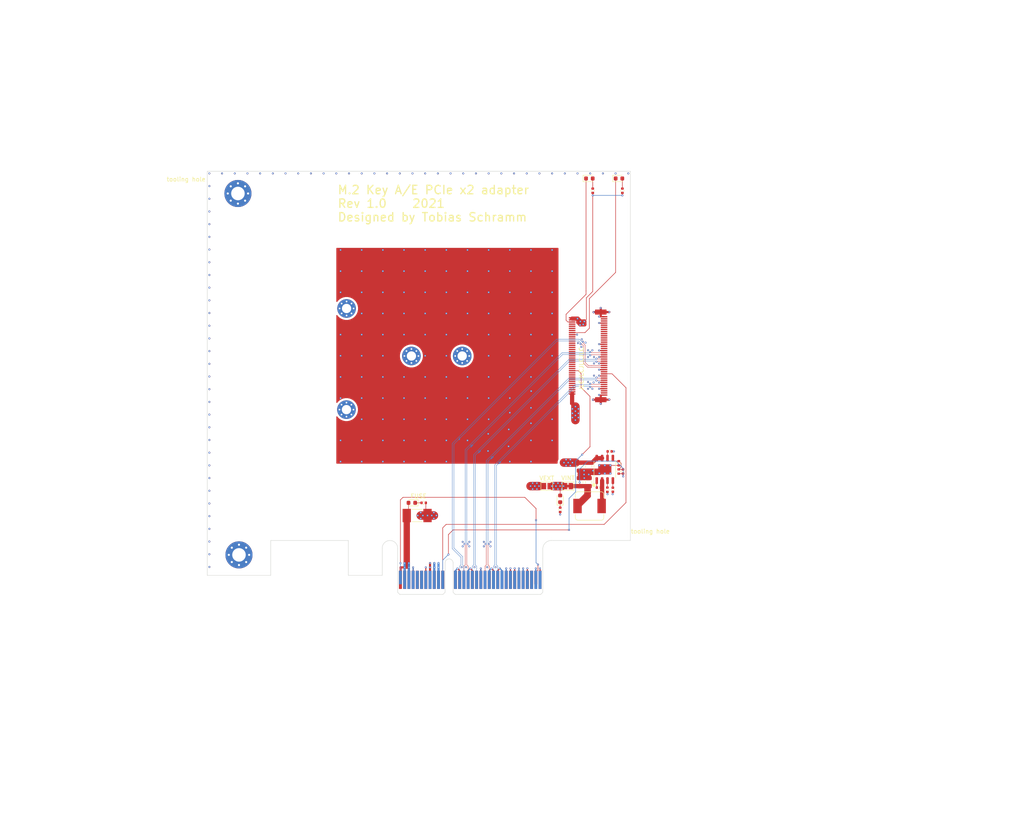
<source format=kicad_pcb>
(kicad_pcb (version 20171130) (host pcbnew 5.1.10)
  (layers (0 F.Cu signal) (1 In1.Cu signal) (2 In2.Cu signal) (31 B.Cu signal) (34 B.Paste user) (35 F.Paste user) (36 B.SilkS user) (37 F.SilkS user) (38 B.Mask user) (39 F.Mask user) (44 Edge.Cuts user))
  (net 0 "")
  (net 1 VIN)
  (net 2 GND)
  (net 3 "Net-(C3-Pad2)")
  (net 4 "Net-(C4-Pad2)")
  (net 5 "Net-(C4-Pad1)")
  (net 6 "Net-(C5-Pad2)")
  (net 7 "Net-(C6-Pad1)")
  (net 8 "Net-(C8-Pad1)")
  (net 9 +12V)
  (net 10 "Net-(D1-Pad1)")
  (net 11 +3V3)
  (net 12 "Net-(D2-Pad1)")
  (net 13 "Net-(D3-Pad2)")
  (net 14 "Net-(D3-Pad1)")
  (net 15 "Net-(D4-Pad2)")
  (net 16 "Net-(D4-Pad1)")
  (net 17 "Net-(J1-PadA32)")
  (net 18 "Net-(J1-PadA30)")
  (net 19 "Net-(J1-PadA29)")
  (net 20 "Net-(J1-PadA26)")
  (net 21 "Net-(J1-PadA25)")
  (net 22 /RX1-)
  (net 23 /RX1+)
  (net 24 "Net-(J1-PadA19)")
  (net 25 /PRSNT)
  (net 26 "Net-(J1-PadB30)")
  (net 27 "Net-(J1-PadB28)")
  (net 28 "Net-(J1-PadB27)")
  (net 29 "Net-(J1-PadB24)")
  (net 30 "Net-(J1-PadB23)")
  (net 31 /TX1-)
  (net 32 /TX1+)
  (net 33 VBUS)
  (net 34 "Net-(J1-PadB9)")
  (net 35 "Net-(J1-PadB10)")
  (net 36 /~WAKE)
  (net 37 /TX0+)
  (net 38 /TX0-)
  (net 39 "Net-(J1-PadB17)")
  (net 40 "Net-(J1-PadB12)")
  (net 41 "Net-(J1-PadA5)")
  (net 42 "Net-(J1-PadA6)")
  (net 43 "Net-(J1-PadA7)")
  (net 44 "Net-(J1-PadA8)")
  (net 45 /~PERST)
  (net 46 /CLK-)
  (net 47 /RX0+)
  (net 48 /RX0-)
  (net 49 /CLK+)
  (net 50 "Net-(R2-Pad2)")
  (net 51 "Net-(U2-Pad73)")
  (net 52 "Net-(U2-Pad71)")
  (net 53 "Net-(U2-Pad70)")
  (net 54 "Net-(U2-Pad68)")
  (net 55 "Net-(U2-Pad66)")
  (net 56 "Net-(U2-Pad64)")
  (net 57 "Net-(U2-Pad62)")
  (net 58 "Net-(U2-Pad56)")
  (net 59 "Net-(U2-Pad54)")
  (net 60 /~CLKREQ)
  (net 61 "Net-(U2-Pad50)")
  (net 62 "Net-(U2-Pad48)")
  (net 63 "Net-(U2-Pad46)")
  (net 64 "Net-(U2-Pad44)")
  (net 65 "Net-(U2-Pad42)")
  (net 66 "Net-(U2-Pad40)")
  (net 67 "Net-(U2-Pad38)")
  (net 68 "Net-(U2-Pad36)")
  (net 69 "Net-(U2-Pad34)")
  (net 70 "Net-(U2-Pad32)")
  (net 71 "Net-(U2-Pad31)")
  (net 72 "Net-(U2-Pad30)")
  (net 73 "Net-(U2-Pad29)")
  (net 74 "Net-(U2-Pad28)")
  (net 75 "Net-(U2-Pad26)")
  (net 76 "Net-(U2-Pad25)")
  (net 77 "Net-(U2-Pad24)")
  (net 78 "Net-(U2-Pad23)")
  (net 79 "Net-(U2-Pad22)")
  (net 80 "Net-(U2-Pad21)")
  (net 81 "Net-(U2-Pad20)")
  (net 82 "Net-(U2-Pad19)")
  (net 83 "Net-(U2-Pad17)")
  (net 84 "Net-(U2-Pad5)")
  (net 85 "Net-(U2-Pad3)")
  (net 86 "Net-(J1-PadB5)")
  (net 87 "Net-(J1-PadB6)")
  (net 88 "Net-(U2-Pad58)")
  (net 89 "Net-(U2-Pad60)")
  (module ToolingHole:ToolingHole_JLCSMT (layer F.Cu) (at 152.95 93.55)
    (fp_text reference H8 hide)
    (fp_text value MountingHole)
    (fp_text user "tooling hole" (at 6.7 -0.1) (layer F.SilkS))
    (pad "" np_thru_hole circle (at 0 0) (size 1.152 1.152) (drill 1.152) (layers *.Cu *.Mask))
  )
  (module ToolingHole:ToolingHole_JLCSMT (layer F.Cu) (at 56.95 10.35)
    (fp_text reference H7 hide)
    (fp_text value MountingHole)
    (fp_text user "tooling hole" (at -7 -0.1) (layer F.SilkS))
    (pad "" np_thru_hole circle (at 0 0) (size 1.152 1.152) (drill 1.152) (layers *.Cu *.Mask))
  )
  (module MountingHole:MountingHole_2.2mm_M2_Pad_Via (layer F.Cu) (at 115.2 52)
    (fp_text reference H6 hide)
    (fp_text value MountingHole)
    (pad 1 thru_hole circle (at 1.166726 -1.166726) (size 0.7 0.7) (drill 0.4) (layers *.Cu *.Mask))
    (pad 1 thru_hole circle (at 0 -1.65) (size 0.7 0.7) (drill 0.4) (layers *.Cu *.Mask))
    (pad 1 thru_hole circle (at -1.166726 -1.166726) (size 0.7 0.7) (drill 0.4) (layers *.Cu *.Mask))
    (pad 1 thru_hole circle (at -1.65 0) (size 0.7 0.7) (drill 0.4) (layers *.Cu *.Mask))
    (pad 1 thru_hole circle (at -1.166726 1.166726) (size 0.7 0.7) (drill 0.4) (layers *.Cu *.Mask))
    (pad 1 thru_hole circle (at 0 1.65) (size 0.7 0.7) (drill 0.4) (layers *.Cu *.Mask))
    (pad 1 thru_hole circle (at 1.166726 1.166726) (size 0.7 0.7) (drill 0.4) (layers *.Cu *.Mask))
    (pad 1 thru_hole circle (at 1.65 0) (size 0.7 0.7) (drill 0.4) (layers *.Cu *.Mask))
    (pad 1 thru_hole circle (at 0 0) (size 4.4 4.4) (drill 2.2) (layers *.Cu *.Mask))
  )
  (module MountingHole:MountingHole_2.2mm_M2_Pad_Via (layer F.Cu) (at 103.2 52)
    (fp_text reference H5 hide)
    (fp_text value MountingHole)
    (pad 1 thru_hole circle (at 1.166726 -1.166726) (size 0.7 0.7) (drill 0.4) (layers *.Cu *.Mask))
    (pad 1 thru_hole circle (at 0 -1.65) (size 0.7 0.7) (drill 0.4) (layers *.Cu *.Mask))
    (pad 1 thru_hole circle (at -1.166726 -1.166726) (size 0.7 0.7) (drill 0.4) (layers *.Cu *.Mask))
    (pad 1 thru_hole circle (at -1.65 0) (size 0.7 0.7) (drill 0.4) (layers *.Cu *.Mask))
    (pad 1 thru_hole circle (at -1.166726 1.166726) (size 0.7 0.7) (drill 0.4) (layers *.Cu *.Mask))
    (pad 1 thru_hole circle (at 0 1.65) (size 0.7 0.7) (drill 0.4) (layers *.Cu *.Mask))
    (pad 1 thru_hole circle (at 1.166726 1.166726) (size 0.7 0.7) (drill 0.4) (layers *.Cu *.Mask))
    (pad 1 thru_hole circle (at 1.65 0) (size 0.7 0.7) (drill 0.4) (layers *.Cu *.Mask))
    (pad 1 thru_hole circle (at 0 0) (size 4.4 4.4) (drill 2.2) (layers *.Cu *.Mask))
  )
  (module MountingHole:MountingHole_2.2mm_M2_Pad_Via (layer F.Cu) (at 87.85 64.675)
    (fp_text reference H4 hide)
    (fp_text value MountingHole)
    (pad 1 thru_hole circle (at 1.166726 -1.166726) (size 0.7 0.7) (drill 0.4) (layers *.Cu *.Mask))
    (pad 1 thru_hole circle (at 0 -1.65) (size 0.7 0.7) (drill 0.4) (layers *.Cu *.Mask))
    (pad 1 thru_hole circle (at -1.166726 -1.166726) (size 0.7 0.7) (drill 0.4) (layers *.Cu *.Mask))
    (pad 1 thru_hole circle (at -1.65 0) (size 0.7 0.7) (drill 0.4) (layers *.Cu *.Mask))
    (pad 1 thru_hole circle (at -1.166726 1.166726) (size 0.7 0.7) (drill 0.4) (layers *.Cu *.Mask))
    (pad 1 thru_hole circle (at 0 1.65) (size 0.7 0.7) (drill 0.4) (layers *.Cu *.Mask))
    (pad 1 thru_hole circle (at 1.166726 1.166726) (size 0.7 0.7) (drill 0.4) (layers *.Cu *.Mask))
    (pad 1 thru_hole circle (at 1.65 0) (size 0.7 0.7) (drill 0.4) (layers *.Cu *.Mask))
    (pad 1 thru_hole circle (at 0 0) (size 4.4 4.4) (drill 2.2) (layers *.Cu *.Mask))
  )
  (module MountingHole:MountingHole_2.2mm_M2_Pad_Via (layer F.Cu) (at 87.875 40.775)
    (fp_text reference H3 hide)
    (fp_text value MountingHole)
    (pad 1 thru_hole circle (at 1.166726 -1.166726) (size 0.7 0.7) (drill 0.4) (layers *.Cu *.Mask))
    (pad 1 thru_hole circle (at 0 -1.65) (size 0.7 0.7) (drill 0.4) (layers *.Cu *.Mask))
    (pad 1 thru_hole circle (at -1.166726 -1.166726) (size 0.7 0.7) (drill 0.4) (layers *.Cu *.Mask))
    (pad 1 thru_hole circle (at -1.65 0) (size 0.7 0.7) (drill 0.4) (layers *.Cu *.Mask))
    (pad 1 thru_hole circle (at -1.166726 1.166726) (size 0.7 0.7) (drill 0.4) (layers *.Cu *.Mask))
    (pad 1 thru_hole circle (at 0 1.65) (size 0.7 0.7) (drill 0.4) (layers *.Cu *.Mask))
    (pad 1 thru_hole circle (at 1.166726 1.166726) (size 0.7 0.7) (drill 0.4) (layers *.Cu *.Mask))
    (pad 1 thru_hole circle (at 1.65 0) (size 0.7 0.7) (drill 0.4) (layers *.Cu *.Mask))
    (pad 1 thru_hole circle (at 0 0) (size 4.4 4.4) (drill 2.2) (layers *.Cu *.Mask))
  )
  (module Package_SO:HSOP-8-1EP_3.9x4.9mm_P1.27mm_EP2.41x3.1mm_ThermalVias (layer F.Cu) (at 148.9 78.8 90)
    (fp_text reference U1 hide)
    (fp_text value SY8204)
    (pad 9 thru_hole circle (at 0.955 1.3 90) (size 0.5 0.5) (drill 0.2) (layers *.Cu) (net 2 GND))
    (pad 9 thru_hole circle (at -0.955 1.3 90) (size 0.5 0.5) (drill 0.2) (layers *.Cu) (net 2 GND))
    (pad 9 thru_hole circle (at 0.955 0 90) (size 0.5 0.5) (drill 0.2) (layers *.Cu) (net 2 GND))
    (pad 9 thru_hole circle (at -0.955 0 90) (size 0.5 0.5) (drill 0.2) (layers *.Cu) (net 2 GND))
    (pad 9 thru_hole circle (at 0.955 -1.3 90) (size 0.5 0.5) (drill 0.2) (layers *.Cu) (net 2 GND))
    (pad 9 thru_hole circle (at -0.955 -1.3 90) (size 0.5 0.5) (drill 0.2) (layers *.Cu) (net 2 GND))
    (pad 9 smd rect (at 0 0 90) (size 2.41 3.1) (layers F.Cu F.Mask) (net 2 GND))
    (pad 8 smd roundrect (at 2.65 -1.905 90) (size 1.6 0.6) (layers F.Cu F.Paste F.Mask) (net 1 VIN))
    (pad 7 smd roundrect (at 2.65 -0.635 90) (size 1.6 0.6) (layers F.Cu F.Paste F.Mask) (net 1 VIN))
    (pad 6 smd roundrect (at 2.65 0.635 90) (size 1.6 0.6) (layers F.Cu F.Paste F.Mask) (net 3 "Net-(C3-Pad2)"))
    (pad 5 smd roundrect (at 2.65 1.905 90) (size 1.6 0.6) (layers F.Cu F.Paste F.Mask) (net 8 "Net-(C8-Pad1)"))
    (pad 4 smd roundrect (at -2.65 1.905 90) (size 1.6 0.6) (layers F.Cu F.Paste F.Mask) (net 6 "Net-(C5-Pad2)"))
    (pad 3 smd roundrect (at -2.65 0.635 90) (size 1.6 0.6) (layers F.Cu F.Paste F.Mask) (net 50 "Net-(R2-Pad2)"))
    (pad 2 smd roundrect (at -2.65 -0.635 90) (size 1.6 0.6) (layers F.Cu F.Paste F.Mask) (net 5 "Net-(C4-Pad1)"))
    (pad 1 smd roundrect (at -2.65 -1.905 90) (size 1.6 0.6) (layers F.Cu F.Paste F.Mask) (net 4 "Net-(C4-Pad2)"))
  )
  (module MountingHole:MountingHole_3.2mm_M3_Pad_Via (layer F.Cu) (at 62.45 99)
    (fp_text reference H2 hide)
    (fp_text value MountingHole)
    (pad 1 thru_hole circle (at 1.697056 -1.697056) (size 0.8 0.8) (drill 0.5) (layers *.Cu *.Mask))
    (pad 1 thru_hole circle (at 0 -2.4) (size 0.8 0.8) (drill 0.5) (layers *.Cu *.Mask))
    (pad 1 thru_hole circle (at -1.697056 -1.697056) (size 0.8 0.8) (drill 0.5) (layers *.Cu *.Mask))
    (pad 1 thru_hole circle (at -2.4 0) (size 0.8 0.8) (drill 0.5) (layers *.Cu *.Mask))
    (pad 1 thru_hole circle (at -1.697056 1.697056) (size 0.8 0.8) (drill 0.5) (layers *.Cu *.Mask))
    (pad 1 thru_hole circle (at 0 2.4) (size 0.8 0.8) (drill 0.5) (layers *.Cu *.Mask))
    (pad 1 thru_hole circle (at 1.697056 1.697056) (size 0.8 0.8) (drill 0.5) (layers *.Cu *.Mask))
    (pad 1 thru_hole circle (at 2.4 0) (size 0.8 0.8) (drill 0.5) (layers *.Cu *.Mask))
    (pad 1 thru_hole circle (at 0 0) (size 6.4 6.4) (drill 3.2) (layers *.Cu *.Mask))
  )
  (module MountingHole:MountingHole_3.2mm_M3_Pad_Via (layer F.Cu) (at 62.2 13.6)
    (fp_text reference H1 hide)
    (fp_text value MountingHole)
    (pad 1 thru_hole circle (at 1.697056 -1.697056) (size 0.8 0.8) (drill 0.5) (layers *.Cu *.Mask))
    (pad 1 thru_hole circle (at 0 -2.4) (size 0.8 0.8) (drill 0.5) (layers *.Cu *.Mask))
    (pad 1 thru_hole circle (at -1.697056 -1.697056) (size 0.8 0.8) (drill 0.5) (layers *.Cu *.Mask))
    (pad 1 thru_hole circle (at -2.4 0) (size 0.8 0.8) (drill 0.5) (layers *.Cu *.Mask))
    (pad 1 thru_hole circle (at -1.697056 1.697056) (size 0.8 0.8) (drill 0.5) (layers *.Cu *.Mask))
    (pad 1 thru_hole circle (at 0 2.4) (size 0.8 0.8) (drill 0.5) (layers *.Cu *.Mask))
    (pad 1 thru_hole circle (at 1.697056 1.697056) (size 0.8 0.8) (drill 0.5) (layers *.Cu *.Mask))
    (pad 1 thru_hole circle (at 2.4 0) (size 0.8 0.8) (drill 0.5) (layers *.Cu *.Mask))
    (pad 1 thru_hole circle (at 0 0) (size 6.4 6.4) (drill 3.2) (layers *.Cu *.Mask))
  )
  (module amphenol-m.2:MDTXXXXXX001 (layer F.Cu) (at 143.45 51.975 270)
    (fp_text reference U2 hide)
    (fp_text value M.2-NGFF-Full)
    (pad "" np_thru_hole circle (at 10 0 270) (size 1.6 1.6) (drill 1.6) (layers *.Cu *.Mask))
    (pad "" np_thru_hole circle (at -10 0 270) (size 1.1 1.1) (drill 1.1) (layers *.Cu *.Mask))
    (pad MP smd rect (at 10.35 -4.5 270) (size 1.2 2.7) (layers F.Cu F.Paste F.Mask) (net 2 GND))
    (pad MP smd rect (at -10.35 -4.5 270) (size 1.2 2.7) (layers F.Cu F.Paste F.Mask) (net 2 GND))
    (pad 1 smd rect (at -9.25 -5.275 270) (size 0.3 1.55) (layers F.Cu F.Paste F.Mask) (net 2 GND))
    (pad 2 smd rect (at -9 2.275 270) (size 0.3 1.55) (layers F.Cu F.Paste F.Mask) (net 11 +3V3))
    (pad 3 smd rect (at -8.75 -5.275 270) (size 0.3 1.55) (layers F.Cu F.Paste F.Mask) (net 85 "Net-(U2-Pad3)"))
    (pad 4 smd rect (at -8.5 2.275 270) (size 0.3 1.55) (layers F.Cu F.Paste F.Mask) (net 11 +3V3))
    (pad 5 smd rect (at -8.25 -5.275 270) (size 0.3 1.55) (layers F.Cu F.Paste F.Mask) (net 84 "Net-(U2-Pad5)"))
    (pad 6 smd rect (at -8 2.275 270) (size 0.3 1.55) (layers F.Cu F.Paste F.Mask) (net 14 "Net-(D3-Pad1)"))
    (pad 7 smd rect (at -7.75 -5.275 270) (size 0.3 1.55) (layers F.Cu F.Paste F.Mask) (net 2 GND))
    (pad 8 smd rect (at -7.5 2.275 270) (size 0.3 1.55) (layers F.Cu F.Paste F.Mask))
    (pad 9 smd rect (at -7.25 -5.275 270) (size 0.3 1.55) (layers F.Cu F.Paste F.Mask))
    (pad 10 smd rect (at -7 2.275 270) (size 0.3 1.55) (layers F.Cu F.Paste F.Mask))
    (pad 11 smd rect (at -6.75 -5.275 270) (size 0.3 1.55) (layers F.Cu F.Paste F.Mask))
    (pad 12 smd rect (at -6.5 2.275 270) (size 0.3 1.55) (layers F.Cu F.Paste F.Mask))
    (pad 13 smd rect (at -6.25 -5.275 270) (size 0.3 1.55) (layers F.Cu F.Paste F.Mask))
    (pad 14 smd rect (at -6 2.275 270) (size 0.3 1.55) (layers F.Cu F.Paste F.Mask))
    (pad 15 smd rect (at -5.75 -5.275 270) (size 0.3 1.55) (layers F.Cu F.Paste F.Mask))
    (pad 16 smd rect (at -5.5 2.275 270) (size 0.3 1.55) (layers F.Cu F.Paste F.Mask) (net 16 "Net-(D4-Pad1)"))
    (pad 17 smd rect (at -5.25 -5.275 270) (size 0.3 1.55) (layers F.Cu F.Paste F.Mask) (net 83 "Net-(U2-Pad17)"))
    (pad 18 smd rect (at -5 2.275 270) (size 0.3 1.55) (layers F.Cu F.Paste F.Mask) (net 2 GND))
    (pad 19 smd rect (at -4.75 -5.275 270) (size 0.3 1.55) (layers F.Cu F.Paste F.Mask) (net 82 "Net-(U2-Pad19)"))
    (pad 20 smd rect (at -4.5 2.275 270) (size 0.3 1.55) (layers F.Cu F.Paste F.Mask) (net 81 "Net-(U2-Pad20)"))
    (pad 21 smd rect (at -4.25 -5.275 270) (size 0.3 1.55) (layers F.Cu F.Paste F.Mask) (net 80 "Net-(U2-Pad21)"))
    (pad 22 smd rect (at -4 2.275 270) (size 0.3 1.55) (layers F.Cu F.Paste F.Mask) (net 79 "Net-(U2-Pad22)"))
    (pad 23 smd rect (at -3.75 -5.275 270) (size 0.3 1.55) (layers F.Cu F.Paste F.Mask) (net 78 "Net-(U2-Pad23)"))
    (pad 24 smd rect (at -3.5 2.275 270) (size 0.3 1.55) (layers F.Cu F.Paste F.Mask) (net 77 "Net-(U2-Pad24)"))
    (pad 25 smd rect (at -3.25 -5.275 270) (size 0.3 1.55) (layers F.Cu F.Paste F.Mask) (net 76 "Net-(U2-Pad25)"))
    (pad 26 smd rect (at -3 2.275 270) (size 0.3 1.55) (layers F.Cu F.Paste F.Mask) (net 75 "Net-(U2-Pad26)"))
    (pad 27 smd rect (at -2.75 -5.275 270) (size 0.3 1.55) (layers F.Cu F.Paste F.Mask) (net 2 GND))
    (pad 28 smd rect (at -2.5 2.275 270) (size 0.3 1.55) (layers F.Cu F.Paste F.Mask) (net 74 "Net-(U2-Pad28)"))
    (pad 29 smd rect (at -2.25 -5.275 270) (size 0.3 1.55) (layers F.Cu F.Paste F.Mask) (net 73 "Net-(U2-Pad29)"))
    (pad 30 smd rect (at -2 2.275 270) (size 0.3 1.55) (layers F.Cu F.Paste F.Mask) (net 72 "Net-(U2-Pad30)"))
    (pad 31 smd rect (at -1.75 -5.275 270) (size 0.3 1.55) (layers F.Cu F.Paste F.Mask) (net 71 "Net-(U2-Pad31)"))
    (pad 32 smd rect (at -1.5 2.275 270) (size 0.3 1.55) (layers F.Cu F.Paste F.Mask) (net 70 "Net-(U2-Pad32)"))
    (pad 33 smd rect (at -1.25 -5.275 270) (size 0.3 1.55) (layers F.Cu F.Paste F.Mask) (net 2 GND))
    (pad 34 smd rect (at -1 2.275 270) (size 0.3 1.55) (layers F.Cu F.Paste F.Mask) (net 69 "Net-(U2-Pad34)"))
    (pad 35 smd rect (at -0.75 -5.275 270) (size 0.3 1.55) (layers F.Cu F.Paste F.Mask) (net 37 /TX0+))
    (pad 36 smd rect (at -0.5 2.275 270) (size 0.3 1.55) (layers F.Cu F.Paste F.Mask) (net 68 "Net-(U2-Pad36)"))
    (pad 37 smd rect (at -0.25 -5.275 270) (size 0.3 1.55) (layers F.Cu F.Paste F.Mask) (net 38 /TX0-))
    (pad 38 smd rect (at 0 2.275 270) (size 0.3 1.55) (layers F.Cu F.Paste F.Mask) (net 67 "Net-(U2-Pad38)"))
    (pad 39 smd rect (at 0.25 -5.275 270) (size 0.3 1.55) (layers F.Cu F.Paste F.Mask) (net 2 GND))
    (pad 40 smd rect (at 0.5 2.275 270) (size 0.3 1.55) (layers F.Cu F.Paste F.Mask) (net 66 "Net-(U2-Pad40)"))
    (pad 41 smd rect (at 0.75 -5.275 270) (size 0.3 1.55) (layers F.Cu F.Paste F.Mask) (net 47 /RX0+))
    (pad 42 smd rect (at 1 2.275 270) (size 0.3 1.55) (layers F.Cu F.Paste F.Mask) (net 65 "Net-(U2-Pad42)"))
    (pad 43 smd rect (at 1.25 -5.275 270) (size 0.3 1.55) (layers F.Cu F.Paste F.Mask) (net 48 /RX0-))
    (pad 44 smd rect (at 1.5 2.275 270) (size 0.3 1.55) (layers F.Cu F.Paste F.Mask) (net 64 "Net-(U2-Pad44)"))
    (pad 45 smd rect (at 1.75 -5.275 270) (size 0.3 1.55) (layers F.Cu F.Paste F.Mask) (net 2 GND))
    (pad 46 smd rect (at 2 2.275 270) (size 0.3 1.55) (layers F.Cu F.Paste F.Mask) (net 63 "Net-(U2-Pad46)"))
    (pad 47 smd rect (at 2.25 -5.275 270) (size 0.3 1.55) (layers F.Cu F.Paste F.Mask) (net 49 /CLK+))
    (pad 48 smd rect (at 2.5 2.275 270) (size 0.3 1.55) (layers F.Cu F.Paste F.Mask) (net 62 "Net-(U2-Pad48)"))
    (pad 49 smd rect (at 2.75 -5.275 270) (size 0.3 1.55) (layers F.Cu F.Paste F.Mask) (net 46 /CLK-))
    (pad 50 smd rect (at 3 2.275 270) (size 0.3 1.55) (layers F.Cu F.Paste F.Mask) (net 61 "Net-(U2-Pad50)"))
    (pad 51 smd rect (at 3.25 -5.275 270) (size 0.3 1.55) (layers F.Cu F.Paste F.Mask) (net 2 GND))
    (pad 52 smd rect (at 3.5 2.275 270) (size 0.3 1.55) (layers F.Cu F.Paste F.Mask) (net 45 /~PERST))
    (pad 53 smd rect (at 3.75 -5.275 270) (size 0.3 1.55) (layers F.Cu F.Paste F.Mask) (net 60 /~CLKREQ))
    (pad 54 smd rect (at 4 2.275 270) (size 0.3 1.55) (layers F.Cu F.Paste F.Mask) (net 59 "Net-(U2-Pad54)"))
    (pad 55 smd rect (at 4.25 -5.275 270) (size 0.3 1.55) (layers F.Cu F.Paste F.Mask) (net 36 /~WAKE))
    (pad 56 smd rect (at 4.5 2.275 270) (size 0.3 1.55) (layers F.Cu F.Paste F.Mask) (net 58 "Net-(U2-Pad56)"))
    (pad 57 smd rect (at 4.75 -5.275 270) (size 0.3 1.55) (layers F.Cu F.Paste F.Mask) (net 2 GND))
    (pad 58 smd rect (at 5 2.275 270) (size 0.3 1.55) (layers F.Cu F.Paste F.Mask) (net 88 "Net-(U2-Pad58)"))
    (pad 59 smd rect (at 5.25 -5.275 270) (size 0.3 1.55) (layers F.Cu F.Paste F.Mask) (net 32 /TX1+))
    (pad 60 smd rect (at 5.5 2.275 270) (size 0.3 1.55) (layers F.Cu F.Paste F.Mask) (net 89 "Net-(U2-Pad60)"))
    (pad 61 smd rect (at 5.75 -5.275 270) (size 0.3 1.55) (layers F.Cu F.Paste F.Mask) (net 31 /TX1-))
    (pad 62 smd rect (at 6 2.275 270) (size 0.3 1.55) (layers F.Cu F.Paste F.Mask) (net 57 "Net-(U2-Pad62)"))
    (pad 63 smd rect (at 6.25 -5.275 270) (size 0.3 1.55) (layers F.Cu F.Paste F.Mask) (net 2 GND))
    (pad 64 smd rect (at 6.5 2.275 270) (size 0.3 1.55) (layers F.Cu F.Paste F.Mask) (net 56 "Net-(U2-Pad64)"))
    (pad 65 smd rect (at 6.75 -5.275 270) (size 0.3 1.55) (layers F.Cu F.Paste F.Mask) (net 23 /RX1+))
    (pad 66 smd rect (at 7 2.275 270) (size 0.3 1.55) (layers F.Cu F.Paste F.Mask) (net 55 "Net-(U2-Pad66)"))
    (pad 67 smd rect (at 7.25 -5.275 270) (size 0.3 1.55) (layers F.Cu F.Paste F.Mask) (net 22 /RX1-))
    (pad 68 smd rect (at 7.5 2.275 270) (size 0.3 1.55) (layers F.Cu F.Paste F.Mask) (net 54 "Net-(U2-Pad68)"))
    (pad 69 smd rect (at 7.75 -5.275 270) (size 0.3 1.55) (layers F.Cu F.Paste F.Mask) (net 2 GND))
    (pad 70 smd rect (at 8 2.275 270) (size 0.3 1.55) (layers F.Cu F.Paste F.Mask) (net 53 "Net-(U2-Pad70)"))
    (pad 71 smd rect (at 8.25 -5.275 270) (size 0.3 1.55) (layers F.Cu F.Paste F.Mask) (net 52 "Net-(U2-Pad71)"))
    (pad 72 smd rect (at 8.5 2.275 270) (size 0.3 1.55) (layers F.Cu F.Paste F.Mask) (net 11 +3V3))
    (pad 73 smd rect (at 8.75 -5.275 270) (size 0.3 1.55) (layers F.Cu F.Paste F.Mask) (net 51 "Net-(U2-Pad73)"))
    (pad 74 smd rect (at 9 2.275 270) (size 0.3 1.55) (layers F.Cu F.Paste F.Mask) (net 11 +3V3))
    (pad 75 smd rect (at 9.25 -5.275 270) (size 0.3 1.55) (layers F.Cu F.Paste F.Mask) (net 2 GND))
  )
  (module Resistor_SMD:R_0402_1005Metric (layer F.Cu) (at 153.05 12.95 90)
    (fp_text reference R7 hide)
    (fp_text value 5.1kR)
    (pad 2 smd roundrect (at 0.51 0 90) (size 0.54 0.64) (layers F.Cu F.Paste F.Mask) (net 15 "Net-(D4-Pad2)"))
    (pad 1 smd roundrect (at -0.51 0 90) (size 0.54 0.64) (layers F.Cu F.Paste F.Mask) (net 11 +3V3))
  )
  (module Resistor_SMD:R_0402_1005Metric (layer F.Cu) (at 146.05 12.95 90)
    (fp_text reference R6 hide)
    (fp_text value 5.1kR)
    (pad 2 smd roundrect (at 0.51 0 90) (size 0.54 0.64) (layers F.Cu F.Paste F.Mask) (net 13 "Net-(D3-Pad2)"))
    (pad 1 smd roundrect (at -0.51 0 90) (size 0.54 0.64) (layers F.Cu F.Paste F.Mask) (net 11 +3V3))
  )
  (module Resistor_SMD:R_0402_1005Metric (layer F.Cu) (at 152.200001 77.35 270)
    (fp_text reference R5 hide)
    (fp_text value 22kR)
    (pad 2 smd roundrect (at 0.51 0 270) (size 0.54 0.64) (layers F.Cu F.Paste F.Mask) (net 2 GND))
    (pad 1 smd roundrect (at -0.51 0 270) (size 0.54 0.64) (layers F.Cu F.Paste F.Mask) (net 8 "Net-(C8-Pad1)"))
  )
  (module Resistor_SMD:R_0402_1005Metric (layer F.Cu) (at 152.2 79.3 90)
    (fp_text reference R4 hide)
    (fp_text value 100kR)
    (pad 2 smd roundrect (at 0.51 0 90) (size 0.54 0.64) (layers F.Cu F.Paste F.Mask) (net 8 "Net-(C8-Pad1)"))
    (pad 1 smd roundrect (at -0.51 0 90) (size 0.54 0.64) (layers F.Cu F.Paste F.Mask) (net 7 "Net-(C6-Pad1)"))
  )
  (module Resistor_SMD:R_0402_1005Metric (layer F.Cu) (at 138.35 88.35 90)
    (fp_text reference R3 hide)
    (fp_text value 5.1kR)
    (pad 2 smd roundrect (at 0.51 0 90) (size 0.54 0.64) (layers F.Cu F.Paste F.Mask) (net 12 "Net-(D2-Pad1)"))
    (pad 1 smd roundrect (at -0.51 0 90) (size 0.54 0.64) (layers F.Cu F.Paste F.Mask) (net 2 GND))
  )
  (module Resistor_SMD:R_0402_1005Metric (layer F.Cu) (at 149.5 83.6 90)
    (fp_text reference R2 hide)
    (fp_text value 22kR)
    (pad 2 smd roundrect (at 0.51 0 90) (size 0.54 0.64) (layers F.Cu F.Paste F.Mask) (net 50 "Net-(R2-Pad2)"))
    (pad 1 smd roundrect (at -0.51 0 90) (size 0.54 0.64) (layers F.Cu F.Paste F.Mask) (net 1 VIN))
  )
  (module Resistor_SMD:R_0402_1005Metric (layer F.Cu) (at 106.1 86.7 180)
    (fp_text reference R1 hide)
    (fp_text value 5.1kR)
    (pad 1 smd roundrect (at -0.51 0 180) (size 0.54 0.64) (layers F.Cu F.Paste F.Mask) (net 1 VIN))
    (pad 2 smd roundrect (at 0.51 0 180) (size 0.54 0.64) (layers F.Cu F.Paste F.Mask) (net 10 "Net-(D1-Pad1)"))
  )
  (module Inductor_SMD:L_Sumida_CDMC6D28_7.25x6.5mm (layer F.Cu) (at 145.3 87.45 180)
    (fp_text reference L1 hide)
    (fp_text value 10uH)
    (pad 2 smd rect (at 2.85 0 180) (size 2 3.4) (layers F.Cu F.Paste F.Mask) (net 7 "Net-(C6-Pad1)"))
    (pad 1 smd rect (at -2.85 0 180) (size 2 3.4) (layers F.Cu F.Paste F.Mask) (net 5 "Net-(C4-Pad1)"))
  )
  (module Jumper:SolderJumper-2_P1.3mm_Open_Pad1.0x1.5mm (layer F.Cu) (at 135.2 82.75)
    (fp_text reference JP2 hide)
    (fp_text value VINT)
    (pad 1 smd rect (at -0.65 0) (size 1 1.5) (layers F.Cu F.Mask) (net 33 VBUS))
    (pad 2 smd rect (at 0.65 0) (size 1 1.5) (layers F.Cu F.Mask) (net 11 +3V3))
  )
  (module Jumper:SolderJumper-2_P1.3mm_Bridged_Pad1.0x1.5mm (layer F.Cu) (at 140.2 82.75 180)
    (fp_text reference JP1 hide)
    (fp_text value VEXT)
    (fp_poly (pts (xy -0.25 -0.3) (xy 0.25 -0.3) (xy 0.25 0.3) (xy -0.25 0.3)) (layer F.Cu) (width 0))
    (pad 2 smd rect (at 0.65 0 180) (size 1 1.5) (layers F.Cu F.Mask) (net 11 +3V3))
    (pad 1 smd rect (at -0.65 0 180) (size 1 1.5) (layers F.Cu F.Mask) (net 7 "Net-(C6-Pad1)"))
  )
  (module Connector_PCBEdge:BUS_PCIexpress_x4 (layer F.Cu) (at 100.6 104.9)
    (fp_text reference J1 hide)
    (fp_text value Connector_PCIe_x4)
    (fp_line (start 10.55 -4) (end 10.55 2.95) (layer Edge.Cuts) (width 0.1))
    (fp_line (start 12.45 -4) (end 12.45 2.95) (layer Edge.Cuts) (width 0.1))
    (fp_line (start -0.65 -4.95) (end -0.65 2.95) (layer Edge.Cuts) (width 0.1))
    (fp_line (start -0.15 3.45) (end 10.05 3.45) (layer Edge.Cuts) (width 0.1))
    (fp_line (start 33.65 -4.95) (end 33.65 2.95) (layer Edge.Cuts) (width 0.1))
    (fp_line (start 12.95 3.45) (end 33.15 3.45) (layer Edge.Cuts) (width 0.1))
    (fp_line (start -0.65 2.95) (end -0.15 3.45) (layer Edge.Cuts) (width 0.1))
    (fp_line (start 10.55 2.95) (end 10.05 3.45) (layer Edge.Cuts) (width 0.1))
    (fp_line (start 12.45 2.95) (end 12.95 3.45) (layer Edge.Cuts) (width 0.1))
    (fp_line (start 33.65 2.95) (end 33.15 3.45) (layer Edge.Cuts) (width 0.1))
    (fp_arc (start 11.5 -4) (end 12.45 -4) (angle -180) (layer Edge.Cuts) (width 0.1))
    (pad A32 connect rect (at 33 0) (size 0.7 4.3) (layers B.Cu B.Mask) (net 17 "Net-(J1-PadA32)"))
    (pad A31 connect rect (at 32 0) (size 0.7 4.3) (layers B.Cu B.Mask) (net 2 GND))
    (pad A30 connect rect (at 31 0) (size 0.7 4.3) (layers B.Cu B.Mask) (net 18 "Net-(J1-PadA30)"))
    (pad A29 connect rect (at 30 0) (size 0.7 4.3) (layers B.Cu B.Mask) (net 19 "Net-(J1-PadA29)"))
    (pad A28 connect rect (at 29 0) (size 0.7 4.3) (layers B.Cu B.Mask) (net 2 GND))
    (pad A27 connect rect (at 28 0) (size 0.7 4.3) (layers B.Cu B.Mask) (net 2 GND))
    (pad A26 connect rect (at 27 0) (size 0.7 4.3) (layers B.Cu B.Mask) (net 20 "Net-(J1-PadA26)"))
    (pad A25 connect rect (at 26 0) (size 0.7 4.3) (layers B.Cu B.Mask) (net 21 "Net-(J1-PadA25)"))
    (pad A24 connect rect (at 25 0) (size 0.7 4.3) (layers B.Cu B.Mask) (net 2 GND))
    (pad A23 connect rect (at 24 0) (size 0.7 4.3) (layers B.Cu B.Mask) (net 2 GND))
    (pad A22 connect rect (at 23 0) (size 0.7 4.3) (layers B.Cu B.Mask) (net 22 /RX1-))
    (pad A21 connect rect (at 22 0) (size 0.7 4.3) (layers B.Cu B.Mask) (net 23 /RX1+))
    (pad A20 connect rect (at 21 0) (size 0.7 4.3) (layers B.Cu B.Mask) (net 2 GND))
    (pad A19 connect rect (at 20 0) (size 0.7 4.3) (layers B.Cu B.Mask) (net 24 "Net-(J1-PadA19)"))
    (pad B32 connect rect (at 33 0) (size 0.7 4.3) (layers F.Cu F.Mask) (net 2 GND))
    (pad B31 connect rect (at 32 -0.55) (size 0.7 3.2) (layers F.Cu F.Mask) (net 25 /PRSNT))
    (pad B30 connect rect (at 31 0) (size 0.7 4.3) (layers F.Cu F.Mask) (net 26 "Net-(J1-PadB30)"))
    (pad B29 connect rect (at 30 0) (size 0.7 4.3) (layers F.Cu F.Mask) (net 2 GND))
    (pad B28 connect rect (at 29 0) (size 0.7 4.3) (layers F.Cu F.Mask) (net 27 "Net-(J1-PadB28)"))
    (pad B27 connect rect (at 28 0) (size 0.7 4.3) (layers F.Cu F.Mask) (net 28 "Net-(J1-PadB27)"))
    (pad B26 connect rect (at 27 0) (size 0.7 4.3) (layers F.Cu F.Mask) (net 2 GND))
    (pad B25 connect rect (at 26 0) (size 0.7 4.3) (layers F.Cu F.Mask) (net 2 GND))
    (pad B24 connect rect (at 25 0) (size 0.7 4.3) (layers F.Cu F.Mask) (net 29 "Net-(J1-PadB24)"))
    (pad B23 connect rect (at 24 0) (size 0.7 4.3) (layers F.Cu F.Mask) (net 30 "Net-(J1-PadB23)"))
    (pad B22 connect rect (at 23 0) (size 0.7 4.3) (layers F.Cu F.Mask) (net 2 GND))
    (pad B21 connect rect (at 22 0) (size 0.7 4.3) (layers F.Cu F.Mask) (net 2 GND))
    (pad B20 connect rect (at 21 0) (size 0.7 4.3) (layers F.Cu F.Mask) (net 31 /TX1-))
    (pad B19 connect rect (at 20 0) (size 0.7 4.3) (layers F.Cu F.Mask) (net 32 /TX1+))
    (pad B1 connect rect (at 0 0) (size 0.7 4.3) (layers F.Cu F.Mask) (net 9 +12V))
    (pad B2 connect rect (at 1 0) (size 0.7 4.3) (layers F.Cu F.Mask) (net 9 +12V))
    (pad B3 connect rect (at 2 0) (size 0.7 4.3) (layers F.Cu F.Mask) (net 9 +12V))
    (pad B4 connect rect (at 3 0) (size 0.7 4.3) (layers F.Cu F.Mask) (net 2 GND))
    (pad B5 connect rect (at 4 0) (size 0.7 4.3) (layers F.Cu F.Mask) (net 86 "Net-(J1-PadB5)"))
    (pad B6 connect rect (at 5 0) (size 0.7 4.3) (layers F.Cu F.Mask) (net 87 "Net-(J1-PadB6)"))
    (pad B7 connect rect (at 6 0) (size 0.7 4.3) (layers F.Cu F.Mask) (net 2 GND))
    (pad B8 connect rect (at 7 0) (size 0.7 4.3) (layers F.Cu F.Mask) (net 33 VBUS))
    (pad B9 connect rect (at 8 0) (size 0.7 4.3) (layers F.Cu F.Mask) (net 34 "Net-(J1-PadB9)"))
    (pad B10 connect rect (at 9 0) (size 0.7 4.3) (layers F.Cu F.Mask) (net 35 "Net-(J1-PadB10)"))
    (pad B11 connect rect (at 10 0) (size 0.7 4.3) (layers F.Cu F.Mask) (net 36 /~WAKE))
    (pad B14 connect rect (at 15 0) (size 0.7 4.3) (layers F.Cu F.Mask) (net 37 /TX0+))
    (pad B15 connect rect (at 16 0) (size 0.7 4.3) (layers F.Cu F.Mask) (net 38 /TX0-))
    (pad B16 connect rect (at 17 0) (size 0.7 4.3) (layers F.Cu F.Mask) (net 2 GND))
    (pad B17 connect rect (at 18 0) (size 0.7 4.3) (layers F.Cu F.Mask) (net 39 "Net-(J1-PadB17)"))
    (pad B18 connect rect (at 19 0) (size 0.7 4.3) (layers F.Cu F.Mask) (net 2 GND))
    (pad B12 connect rect (at 13 0) (size 0.7 4.3) (layers F.Cu F.Mask) (net 40 "Net-(J1-PadB12)"))
    (pad B13 connect rect (at 14 0) (size 0.7 4.3) (layers F.Cu F.Mask) (net 2 GND))
    (pad A1 connect rect (at 0 -0.55) (size 0.7 3.2) (layers B.Cu B.Mask) (net 25 /PRSNT))
    (pad A2 connect rect (at 1 0) (size 0.7 4.3) (layers B.Cu B.Mask) (net 9 +12V))
    (pad A3 connect rect (at 2 0) (size 0.7 4.3) (layers B.Cu B.Mask) (net 9 +12V))
    (pad A4 connect rect (at 3 0) (size 0.7 4.3) (layers B.Cu B.Mask) (net 2 GND))
    (pad A5 connect rect (at 4 0) (size 0.7 4.3) (layers B.Cu B.Mask) (net 41 "Net-(J1-PadA5)"))
    (pad A6 connect rect (at 5 0) (size 0.7 4.3) (layers B.Cu B.Mask) (net 42 "Net-(J1-PadA6)"))
    (pad A7 connect rect (at 6 0) (size 0.7 4.3) (layers B.Cu B.Mask) (net 43 "Net-(J1-PadA7)"))
    (pad A8 connect rect (at 7 0) (size 0.7 4.3) (layers B.Cu B.Mask) (net 44 "Net-(J1-PadA8)"))
    (pad A9 connect rect (at 8 0) (size 0.7 4.3) (layers B.Cu B.Mask) (net 33 VBUS))
    (pad A10 connect rect (at 9 0) (size 0.7 4.3) (layers B.Cu B.Mask) (net 33 VBUS))
    (pad A11 connect rect (at 10 0) (size 0.7 4.3) (layers B.Cu B.Mask) (net 45 /~PERST))
    (pad A14 connect rect (at 15 0) (size 0.7 4.3) (layers B.Cu B.Mask) (net 46 /CLK-))
    (pad A15 connect rect (at 16 0) (size 0.7 4.3) (layers B.Cu B.Mask) (net 2 GND))
    (pad A16 connect rect (at 17 0) (size 0.7 4.3) (layers B.Cu B.Mask) (net 47 /RX0+))
    (pad A17 connect rect (at 18 0) (size 0.7 4.3) (layers B.Cu B.Mask) (net 48 /RX0-))
    (pad A18 connect rect (at 19 0) (size 0.7 4.3) (layers B.Cu B.Mask) (net 2 GND))
    (pad A12 connect rect (at 13 0) (size 0.7 4.3) (layers B.Cu B.Mask) (net 2 GND))
    (pad A13 connect rect (at 14 0) (size 0.7 4.3) (layers B.Cu B.Mask) (net 49 /CLK+))
  )
  (module Fuse:Fuse_Littelfuse-NANO2-451_453 (layer F.Cu) (at 104.55 89.700001)
    (fp_text reference F1 hide)
    (fp_text value 2A)
    (pad 2 smd rect (at 2.455 0) (size 1.96 3.15) (layers F.Cu F.Paste F.Mask) (net 1 VIN))
    (pad 1 smd rect (at -2.455 0) (size 1.96 3.15) (layers F.Cu F.Paste F.Mask) (net 9 +12V))
  )
  (module LED_SMD:LED_0603_1608Metric (layer F.Cu) (at 152.25 10.05)
    (fp_text reference D4 hide)
    (fp_text value LED2)
    (pad 2 smd roundrect (at 0.7875 0) (size 0.875 0.95) (layers F.Cu F.Paste F.Mask) (net 15 "Net-(D4-Pad2)"))
    (pad 1 smd roundrect (at -0.7875 0) (size 0.875 0.95) (layers F.Cu F.Paste F.Mask) (net 16 "Net-(D4-Pad1)"))
  )
  (module LED_SMD:LED_0603_1608Metric (layer F.Cu) (at 145.25 10.05)
    (fp_text reference D3 hide)
    (fp_text value LED1)
    (pad 2 smd roundrect (at 0.7875 0) (size 0.875 0.95) (layers F.Cu F.Paste F.Mask) (net 13 "Net-(D3-Pad2)"))
    (pad 1 smd roundrect (at -0.7875 0) (size 0.875 0.95) (layers F.Cu F.Paste F.Mask) (net 14 "Net-(D3-Pad1)"))
  )
  (module LED_SMD:LED_0603_1608Metric (layer F.Cu) (at 138.35 85.75 90)
    (fp_text reference D2 hide)
    (fp_text value PWR)
    (pad 2 smd roundrect (at 0.7875 0 90) (size 0.875 0.95) (layers F.Cu F.Paste F.Mask) (net 11 +3V3))
    (pad 1 smd roundrect (at -0.7875 0 90) (size 0.875 0.95) (layers F.Cu F.Paste F.Mask) (net 12 "Net-(D2-Pad1)"))
  )
  (module LED_SMD:LED_0603_1608Metric (layer F.Cu) (at 103.3 86.7 180)
    (fp_text reference D1 hide)
    (fp_text value "KAPUTT :(")
    (pad 2 smd roundrect (at 0.7875 0 180) (size 0.875 0.95) (layers F.Cu F.Paste F.Mask) (net 9 +12V))
    (pad 1 smd roundrect (at -0.7875 0 180) (size 0.875 0.95) (layers F.Cu F.Paste F.Mask) (net 10 "Net-(D1-Pad1)"))
  )
  (module Capacitor_SMD:C_0402_1005Metric (layer F.Cu) (at 153.2 79.3 270)
    (fp_text reference C8 hide)
    (fp_text value 22pF)
    (pad 2 smd roundrect (at 0.48 0 270) (size 0.56 0.62) (layers F.Cu F.Paste F.Mask) (net 7 "Net-(C6-Pad1)"))
    (pad 1 smd roundrect (at -0.48 0 270) (size 0.56 0.62) (layers F.Cu F.Paste F.Mask) (net 8 "Net-(C8-Pad1)"))
  )
  (module Capacitor_SMD:C_0805_2012Metric (layer F.Cu) (at 143 81.8 90)
    (fp_text reference C7 hide)
    (fp_text value 22uF)
    (pad 2 smd roundrect (at 0.95 0 90) (size 1 1.45) (layers F.Cu F.Paste F.Mask) (net 2 GND))
    (pad 1 smd roundrect (at -0.95 0 90) (size 1 1.45) (layers F.Cu F.Paste F.Mask) (net 7 "Net-(C6-Pad1)"))
  )
  (module Capacitor_SMD:C_0805_2012Metric (layer F.Cu) (at 145.1 81.8 90)
    (fp_text reference C6 hide)
    (fp_text value 22uF)
    (pad 2 smd roundrect (at 0.95 0 90) (size 1 1.45) (layers F.Cu F.Paste F.Mask) (net 2 GND))
    (pad 1 smd roundrect (at -0.95 0 90) (size 1 1.45) (layers F.Cu F.Paste F.Mask) (net 7 "Net-(C6-Pad1)"))
  )
  (module Capacitor_SMD:C_0402_1005Metric (layer F.Cu) (at 150.800001 83.6 90)
    (fp_text reference C5 hide)
    (fp_text value 100nF)
    (pad 2 smd roundrect (at 0.48 0 90) (size 0.56 0.62) (layers F.Cu F.Paste F.Mask) (net 6 "Net-(C5-Pad2)"))
    (pad 1 smd roundrect (at -0.48 0 90) (size 0.56 0.62) (layers F.Cu F.Paste F.Mask) (net 2 GND))
  )
  (module Capacitor_SMD:C_0402_1005Metric (layer F.Cu) (at 147.5 83.1 180)
    (fp_text reference C4 hide)
    (fp_text value 100nF)
    (pad 2 smd roundrect (at 0.48 0 180) (size 0.56 0.62) (layers F.Cu F.Paste F.Mask) (net 4 "Net-(C4-Pad2)"))
    (pad 1 smd roundrect (at -0.48 0 180) (size 0.56 0.62) (layers F.Cu F.Paste F.Mask) (net 5 "Net-(C4-Pad1)"))
  )
  (module Capacitor_SMD:C_0402_1005Metric (layer F.Cu) (at 150.05 74.55 180)
    (fp_text reference C3 hide)
    (fp_text value 1uF)
    (pad 2 smd roundrect (at 0.48 0 180) (size 0.56 0.62) (layers F.Cu F.Paste F.Mask) (net 3 "Net-(C3-Pad2)"))
    (pad 1 smd roundrect (at -0.48 0 180) (size 0.56 0.62) (layers F.Cu F.Paste F.Mask) (net 2 GND))
  )
  (module Capacitor_SMD:C_0805_2012Metric (layer F.Cu) (at 145.1 78.15 90)
    (fp_text reference C2 hide)
    (fp_text value 22uF)
    (pad 2 smd roundrect (at 0.95 0 90) (size 1 1.45) (layers F.Cu F.Paste F.Mask) (net 1 VIN))
    (pad 1 smd roundrect (at -0.95 0 90) (size 1 1.45) (layers F.Cu F.Paste F.Mask) (net 2 GND))
  )
  (module Capacitor_SMD:C_0805_2012Metric (layer F.Cu) (at 143 78.15 90)
    (fp_text reference C1 hide)
    (fp_text value 22uF)
    (pad 2 smd roundrect (at 0.95 0 90) (size 1 1.45) (layers F.Cu F.Paste F.Mask) (net 1 VIN))
    (pad 1 smd roundrect (at -0.95 0 90) (size 1 1.45) (layers F.Cu F.Paste F.Mask) (net 2 GND))
  )
  (gr_text JLCJLCJLCJLC (at 143.375 55.025 90) (layer F.SilkS) (effects (font (size 1 1))))
  (gr_circle (center 146.325 82.5) (end 146.548607 82.5) (layer F.SilkS) (width 0.4))
  (gr_text VINT (at 140.2 80.85) (layer F.SilkS) (effects (font (size 1 1))))
  (gr_text VEXT (at 135.2 80.9) (layer F.SilkS) (effects (font (size 1 1))))
  (gr_text FUSE (at 104.9 85.125) (layer F.SilkS) (effects (font (size 1 1))))
  (gr_text "M.2 Key A/E PCIe x2 adapter\nRev 1.0    2021\nDesigned by Tobias Schramm" (at 85.625 15.975) (layer F.SilkS) (effects (font (size 2 2) (thickness 0.3)) (justify left)))
  (gr_line (start 88.3 103.85) (end 88.3 95.6) (layer Edge.Cuts) (width 0.1))
  (gr_line (start 96.3 103.85) (end 88.3 103.85) (layer Edge.Cuts) (width 0.1))
  (gr_line (start 96.3 97.425) (end 96.3 103.85) (layer Edge.Cuts) (width 0.1))
  (gr_line (start 99.95 97.425) (end 99.95 97.6) (layer Edge.Cuts) (width 0.1))
  (gr_arc (start 98.125 97.425) (end 99.95 97.425) (angle -180) (layer Edge.Cuts) (width 0.1))
  (gr_line (start 134.25 99.95) (end 134.25 97.6) (layer Edge.Cuts) (width 0.1))
  (gr_line (start 99.95 99.95) (end 99.95 97.6) (layer Edge.Cuts) (width 0.1))
  (gr_line (start 154.95 95.6) (end 154.95 8.35) (layer Edge.Cuts) (width 0.1))
  (gr_line (start 136.25 95.6) (end 154.95 95.6) (layer Edge.Cuts) (width 0.1))
  (gr_line (start 54.95 8.35) (end 154.95 8.35) (layer Edge.Cuts) (width 0.1))
  (gr_line (start 54.95 103.85) (end 54.95 8.35) (layer Edge.Cuts) (width 0.1))
  (gr_line (start 69.95 103.85) (end 54.95 103.85) (layer Edge.Cuts) (width 0.1))
  (gr_line (start 69.95 95.6) (end 69.95 103.85) (layer Edge.Cuts) (width 0.1))
  (gr_line (start 88.3 95.6) (end 69.95 95.6) (layer Edge.Cuts) (width 0.1))
  (gr_arc (start 136.25 97.600001) (end 136.25 95.6) (angle -90) (layer Edge.Cuts) (width 0.1))
  (via (at 139.75 77.9) (size 0.45) (drill 0.2) (layers F.Cu B.Cu) (net 1))
  (via (at 139.75 76.5) (size 0.45) (drill 0.2) (layers F.Cu B.Cu) (net 1))
  (via (at 140.75 77.9) (size 0.45) (drill 0.2) (layers F.Cu B.Cu) (net 1))
  (via (at 140.75 76.5) (size 0.45) (drill 0.2) (layers F.Cu B.Cu) (net 1))
  (via (at 107 89.7) (size 0.45) (drill 0.2) (layers F.Cu B.Cu) (net 1))
  (via (at 104.7 89.7) (size 0.45) (drill 0.2) (layers F.Cu B.Cu) (net 1))
  (via (at 105.4 90.4) (size 0.45) (drill 0.2) (layers F.Cu B.Cu) (net 1))
  (via (at 105.4 89) (size 0.45) (drill 0.2) (layers F.Cu B.Cu) (net 1))
  (via (at 109.1 89.7) (size 0.45) (drill 0.2) (layers F.Cu B.Cu) (net 1))
  (via (at 108.5 90.4) (size 0.45) (drill 0.2) (layers F.Cu B.Cu) (net 1))
  (via (at 108.5 89) (size 0.45) (drill 0.2) (layers F.Cu B.Cu) (net 1))
  (via (at 105.9 89.7) (size 0.45) (drill 0.2) (layers F.Cu B.Cu) (net 1))
  (via (at 139.25 77.2) (size 0.45) (drill 0.2) (layers F.Cu B.Cu) (net 1))
  (via (at 140.25 77.2) (size 0.45) (drill 0.2) (layers F.Cu B.Cu) (net 1))
  (segment (start 143 77.2) (end 145.9 77.2) (width 1) (layer F.Cu) (net 1))
  (segment (start 145.9 77.2) (end 146.95 76.15) (width 1) (layer F.Cu) (net 1))
  (segment (start 146.95 76.15) (end 148.25 76.15) (width 1) (layer F.Cu) (net 1))
  (via (at 149.55 84.65) (size 0.45) (drill 0.2) (layers F.Cu B.Cu) (net 1))
  (segment (start 149.5 84.6) (end 149.55 84.65) (width 0.127) (layer F.Cu) (net 1))
  (segment (start 149.5 84.11) (end 149.5 84.6) (width 0.127) (layer F.Cu) (net 1))
  (segment (start 106.61 86.7) (end 106.61 89.9) (width 0.127) (layer F.Cu) (net 1))
  (via (at 108 89.7) (size 0.45) (drill 0.2) (layers F.Cu B.Cu) (net 1))
  (segment (start 108.499999 89.700001) (end 108.5 89.7) (width 2) (layer F.Cu) (net 1))
  (segment (start 107.005 89.700001) (end 108.499999 89.700001) (width 2) (layer F.Cu) (net 1))
  (via (at 141.25 77.2) (size 0.45) (drill 0.2) (layers F.Cu B.Cu) (net 1))
  (segment (start 141.25 77.2) (end 139.25 77.2) (width 1) (layer F.Cu) (net 1))
  (segment (start 105.4 89.7) (end 107.05 89.7) (width 2) (layer F.Cu) (net 1))
  (segment (start 139.25 77.2) (end 142 77.2) (width 2) (layer F.Cu) (net 1))
  (segment (start 142 77.2) (end 141.25 77.2) (width 1) (layer F.Cu) (net 1))
  (segment (start 143 77.2) (end 142 77.2) (width 1) (layer F.Cu) (net 1))
  (via (at 114.1 102.2) (size 0.45) (drill 0.2) (layers F.Cu B.Cu) (net 2))
  (via (at 86.45 26.95) (size 0.45) (drill 0.2) (layers F.Cu B.Cu) (net 2))
  (via (at 150.75 84.65) (size 0.45) (drill 0.2) (layers F.Cu B.Cu) (net 2))
  (segment (start 150.8 84.6) (end 150.75 84.65) (width 0.127) (layer F.Cu) (net 2))
  (segment (start 150.8 84.080001) (end 150.8 84.6) (width 0.127) (layer F.Cu) (net 2))
  (segment (start 152.2 77.86) (end 150.05 77.859999) (width 0.127) (layer F.Cu) (net 2))
  (segment (start 143 79.1) (end 144 79.1) (width 1) (layer F.Cu) (net 2))
  (segment (start 145.1 79.099999) (end 145.099999 80) (width 1) (layer F.Cu) (net 2))
  (segment (start 143 80.85) (end 144.05 80.85) (width 1) (layer F.Cu) (net 2))
  (via (at 151.05 74.55) (size 0.45) (drill 0.2) (layers F.Cu B.Cu) (net 2))
  (segment (start 150.53 74.55) (end 151.05 74.55) (width 0.127) (layer F.Cu) (net 2))
  (segment (start 144.05 80.85) (end 145.25 80.85) (width 1) (layer F.Cu) (net 2))
  (via (at 144.05 80.85) (size 0.45) (drill 0.2) (layers F.Cu B.Cu) (net 2))
  (segment (start 144 79.1) (end 146.1 79.1) (width 1) (layer F.Cu) (net 2))
  (via (at 144 79.1) (size 0.45) (drill 0.2) (layers F.Cu B.Cu) (net 2))
  (segment (start 145.099999 80) (end 145.1 80.750001) (width 1) (layer F.Cu) (net 2))
  (via (at 145.099999 80) (size 0.45) (drill 0.2) (layers F.Cu B.Cu) (net 2))
  (segment (start 146.1 79.1) (end 149 79.1) (width 1) (layer F.Cu) (net 2))
  (via (at 146.1 79.1) (size 0.45) (drill 0.2) (layers F.Cu B.Cu) (net 2))
  (segment (start 145.099999 80) (end 145.45 79.65) (width 1) (layer F.Cu) (net 2))
  (segment (start 145.45 79.65) (end 147.65 79.65) (width 1) (layer F.Cu) (net 2))
  (segment (start 143 80) (end 143 80.85) (width 1) (layer F.Cu) (net 2))
  (segment (start 145.099999 80) (end 144 80) (width 1) (layer F.Cu) (net 2))
  (segment (start 143 79.1) (end 143 80) (width 1) (layer F.Cu) (net 2))
  (segment (start 144 80) (end 143 80) (width 1) (layer F.Cu) (net 2))
  (via (at 144 80) (size 0.45) (drill 0.2) (layers F.Cu B.Cu) (net 2))
  (via (at 91.45 26.95) (size 0.45) (drill 0.2) (layers F.Cu B.Cu) (net 2))
  (via (at 96.45 26.95) (size 0.45) (drill 0.2) (layers F.Cu B.Cu) (net 2))
  (via (at 101.45 26.95) (size 0.45) (drill 0.2) (layers F.Cu B.Cu) (net 2))
  (via (at 106.45 26.95) (size 0.45) (drill 0.2) (layers F.Cu B.Cu) (net 2))
  (via (at 111.45 26.95) (size 0.45) (drill 0.2) (layers F.Cu B.Cu) (net 2))
  (via (at 116.45 26.95) (size 0.45) (drill 0.2) (layers F.Cu B.Cu) (net 2))
  (via (at 121.45 26.95) (size 0.45) (drill 0.2) (layers F.Cu B.Cu) (net 2))
  (via (at 126.45 26.95) (size 0.45) (drill 0.2) (layers F.Cu B.Cu) (net 2))
  (via (at 131.45 26.95) (size 0.45) (drill 0.2) (layers F.Cu B.Cu) (net 2))
  (via (at 136.45 26.95) (size 0.45) (drill 0.2) (layers F.Cu B.Cu) (net 2))
  (via (at 86.45 31.95) (size 0.45) (drill 0.2) (layers F.Cu B.Cu) (net 2))
  (via (at 91.45 31.95) (size 0.45) (drill 0.2) (layers F.Cu B.Cu) (net 2))
  (via (at 96.45 31.95) (size 0.45) (drill 0.2) (layers F.Cu B.Cu) (net 2))
  (via (at 101.45 31.95) (size 0.45) (drill 0.2) (layers F.Cu B.Cu) (net 2))
  (via (at 106.45 31.95) (size 0.45) (drill 0.2) (layers F.Cu B.Cu) (net 2))
  (via (at 111.45 31.95) (size 0.45) (drill 0.2) (layers F.Cu B.Cu) (net 2))
  (via (at 116.45 31.95) (size 0.45) (drill 0.2) (layers F.Cu B.Cu) (net 2))
  (via (at 121.45 31.95) (size 0.45) (drill 0.2) (layers F.Cu B.Cu) (net 2))
  (via (at 126.45 31.95) (size 0.45) (drill 0.2) (layers F.Cu B.Cu) (net 2))
  (via (at 131.45 31.95) (size 0.45) (drill 0.2) (layers F.Cu B.Cu) (net 2))
  (via (at 136.45 31.95) (size 0.45) (drill 0.2) (layers F.Cu B.Cu) (net 2))
  (via (at 86.45 36.95) (size 0.45) (drill 0.2) (layers F.Cu B.Cu) (net 2))
  (via (at 91.45 36.95) (size 0.45) (drill 0.2) (layers F.Cu B.Cu) (net 2))
  (via (at 96.45 36.95) (size 0.45) (drill 0.2) (layers F.Cu B.Cu) (net 2))
  (via (at 101.45 36.95) (size 0.45) (drill 0.2) (layers F.Cu B.Cu) (net 2))
  (via (at 106.45 36.95) (size 0.45) (drill 0.2) (layers F.Cu B.Cu) (net 2))
  (via (at 111.45 36.95) (size 0.45) (drill 0.2) (layers F.Cu B.Cu) (net 2))
  (via (at 116.45 36.95) (size 0.45) (drill 0.2) (layers F.Cu B.Cu) (net 2))
  (via (at 121.45 36.95) (size 0.45) (drill 0.2) (layers F.Cu B.Cu) (net 2))
  (via (at 126.45 36.95) (size 0.45) (drill 0.2) (layers F.Cu B.Cu) (net 2))
  (via (at 131.45 36.95) (size 0.45) (drill 0.2) (layers F.Cu B.Cu) (net 2))
  (via (at 136.45 36.95) (size 0.45) (drill 0.2) (layers F.Cu B.Cu) (net 2))
  (via (at 91.45 41.95) (size 0.45) (drill 0.2) (layers F.Cu B.Cu) (net 2))
  (via (at 96.45 41.95) (size 0.45) (drill 0.2) (layers F.Cu B.Cu) (net 2))
  (via (at 101.45 41.95) (size 0.45) (drill 0.2) (layers F.Cu B.Cu) (net 2))
  (via (at 106.45 41.95) (size 0.45) (drill 0.2) (layers F.Cu B.Cu) (net 2))
  (via (at 111.45 41.95) (size 0.45) (drill 0.2) (layers F.Cu B.Cu) (net 2))
  (via (at 116.45 41.95) (size 0.45) (drill 0.2) (layers F.Cu B.Cu) (net 2))
  (via (at 121.45 41.95) (size 0.45) (drill 0.2) (layers F.Cu B.Cu) (net 2))
  (via (at 126.45 41.95) (size 0.45) (drill 0.2) (layers F.Cu B.Cu) (net 2))
  (via (at 131.45 41.95) (size 0.45) (drill 0.2) (layers F.Cu B.Cu) (net 2))
  (via (at 136.45 41.95) (size 0.45) (drill 0.2) (layers F.Cu B.Cu) (net 2))
  (via (at 86.45 46.95) (size 0.45) (drill 0.2) (layers F.Cu B.Cu) (net 2))
  (via (at 91.45 46.95) (size 0.45) (drill 0.2) (layers F.Cu B.Cu) (net 2))
  (via (at 96.45 46.95) (size 0.45) (drill 0.2) (layers F.Cu B.Cu) (net 2))
  (via (at 101.45 46.95) (size 0.45) (drill 0.2) (layers F.Cu B.Cu) (net 2))
  (via (at 106.45 46.95) (size 0.45) (drill 0.2) (layers F.Cu B.Cu) (net 2))
  (via (at 111.45 46.95) (size 0.45) (drill 0.2) (layers F.Cu B.Cu) (net 2))
  (via (at 116.45 46.95) (size 0.45) (drill 0.2) (layers F.Cu B.Cu) (net 2))
  (via (at 121.45 46.95) (size 0.45) (drill 0.2) (layers F.Cu B.Cu) (net 2))
  (via (at 126.45 46.95) (size 0.45) (drill 0.2) (layers F.Cu B.Cu) (net 2))
  (via (at 131.45 46.95) (size 0.45) (drill 0.2) (layers F.Cu B.Cu) (net 2))
  (via (at 136.45 46.95) (size 0.45) (drill 0.2) (layers F.Cu B.Cu) (net 2))
  (via (at 86.45 51.95) (size 0.45) (drill 0.2) (layers F.Cu B.Cu) (net 2))
  (via (at 91.45 51.95) (size 0.45) (drill 0.2) (layers F.Cu B.Cu) (net 2))
  (via (at 96.45 51.95) (size 0.45) (drill 0.2) (layers F.Cu B.Cu) (net 2))
  (via (at 106.45 51.95) (size 0.45) (drill 0.2) (layers F.Cu B.Cu) (net 2))
  (via (at 111.45 51.95) (size 0.45) (drill 0.2) (layers F.Cu B.Cu) (net 2))
  (via (at 121.45 51.95) (size 0.45) (drill 0.2) (layers F.Cu B.Cu) (net 2))
  (via (at 126.45 51.95) (size 0.45) (drill 0.2) (layers F.Cu B.Cu) (net 2))
  (via (at 131.45 51.95) (size 0.45) (drill 0.2) (layers F.Cu B.Cu) (net 2))
  (via (at 136.45 51.95) (size 0.45) (drill 0.2) (layers F.Cu B.Cu) (net 2))
  (via (at 86.45 56.95) (size 0.45) (drill 0.2) (layers F.Cu B.Cu) (net 2))
  (via (at 91.45 56.95) (size 0.45) (drill 0.2) (layers F.Cu B.Cu) (net 2))
  (via (at 96.45 56.95) (size 0.45) (drill 0.2) (layers F.Cu B.Cu) (net 2))
  (via (at 101.45 56.95) (size 0.45) (drill 0.2) (layers F.Cu B.Cu) (net 2))
  (via (at 106.45 56.95) (size 0.45) (drill 0.2) (layers F.Cu B.Cu) (net 2))
  (via (at 111.45 56.95) (size 0.45) (drill 0.2) (layers F.Cu B.Cu) (net 2))
  (via (at 116.45 56.95) (size 0.45) (drill 0.2) (layers F.Cu B.Cu) (net 2))
  (via (at 121.45 56.95) (size 0.45) (drill 0.2) (layers F.Cu B.Cu) (net 2))
  (via (at 126.45 56.95) (size 0.45) (drill 0.2) (layers F.Cu B.Cu) (net 2))
  (via (at 131.45 56.95) (size 0.45) (drill 0.2) (layers F.Cu B.Cu) (net 2))
  (via (at 86.45 61.95) (size 0.45) (drill 0.2) (layers F.Cu B.Cu) (net 2))
  (via (at 91.45 61.95) (size 0.45) (drill 0.2) (layers F.Cu B.Cu) (net 2))
  (via (at 96.45 61.95) (size 0.45) (drill 0.2) (layers F.Cu B.Cu) (net 2))
  (via (at 101.45 61.95) (size 0.45) (drill 0.2) (layers F.Cu B.Cu) (net 2))
  (via (at 106.45 61.95) (size 0.45) (drill 0.2) (layers F.Cu B.Cu) (net 2))
  (via (at 111.45 61.95) (size 0.45) (drill 0.2) (layers F.Cu B.Cu) (net 2))
  (via (at 116.45 61.95) (size 0.45) (drill 0.2) (layers F.Cu B.Cu) (net 2))
  (via (at 121.45 61.95) (size 0.45) (drill 0.2) (layers F.Cu B.Cu) (net 2))
  (via (at 126.45 61.95) (size 0.45) (drill 0.2) (layers F.Cu B.Cu) (net 2))
  (via (at 91.45 66.95) (size 0.45) (drill 0.2) (layers F.Cu B.Cu) (net 2))
  (via (at 96.45 66.95) (size 0.45) (drill 0.2) (layers F.Cu B.Cu) (net 2))
  (via (at 101.45 66.95) (size 0.45) (drill 0.2) (layers F.Cu B.Cu) (net 2))
  (via (at 106.45 66.95) (size 0.45) (drill 0.2) (layers F.Cu B.Cu) (net 2))
  (via (at 111.45 66.95) (size 0.45) (drill 0.2) (layers F.Cu B.Cu) (net 2))
  (via (at 116.45 66.95) (size 0.45) (drill 0.2) (layers F.Cu B.Cu) (net 2))
  (via (at 121.45 66.95) (size 0.45) (drill 0.2) (layers F.Cu B.Cu) (net 2))
  (via (at 136.45 66.95) (size 0.45) (drill 0.2) (layers F.Cu B.Cu) (net 2))
  (via (at 86.45 71.95) (size 0.45) (drill 0.2) (layers F.Cu B.Cu) (net 2))
  (via (at 91.45 71.95) (size 0.45) (drill 0.2) (layers F.Cu B.Cu) (net 2))
  (via (at 96.45 71.95) (size 0.45) (drill 0.2) (layers F.Cu B.Cu) (net 2))
  (via (at 101.45 71.95) (size 0.45) (drill 0.2) (layers F.Cu B.Cu) (net 2))
  (via (at 106.45 71.95) (size 0.45) (drill 0.2) (layers F.Cu B.Cu) (net 2))
  (via (at 111.45 71.95) (size 0.45) (drill 0.2) (layers F.Cu B.Cu) (net 2))
  (via (at 116.45 71.95) (size 0.45) (drill 0.2) (layers F.Cu B.Cu) (net 2))
  (via (at 131.45 71.95) (size 0.45) (drill 0.2) (layers F.Cu B.Cu) (net 2))
  (via (at 136.45 71.95) (size 0.45) (drill 0.2) (layers F.Cu B.Cu) (net 2))
  (via (at 86.45 76.95) (size 0.45) (drill 0.2) (layers F.Cu B.Cu) (net 2))
  (via (at 91.45 76.95) (size 0.45) (drill 0.2) (layers F.Cu B.Cu) (net 2))
  (via (at 96.45 76.95) (size 0.45) (drill 0.2) (layers F.Cu B.Cu) (net 2))
  (via (at 101.45 76.95) (size 0.45) (drill 0.2) (layers F.Cu B.Cu) (net 2))
  (via (at 106.45 76.95) (size 0.45) (drill 0.2) (layers F.Cu B.Cu) (net 2))
  (via (at 111.45 76.95) (size 0.45) (drill 0.2) (layers F.Cu B.Cu) (net 2))
  (via (at 126.45 76.95) (size 0.45) (drill 0.2) (layers F.Cu B.Cu) (net 2))
  (via (at 131.45 76.95) (size 0.45) (drill 0.2) (layers F.Cu B.Cu) (net 2))
  (via (at 138.35 89.45) (size 0.45) (drill 0.2) (layers F.Cu B.Cu) (net 2))
  (segment (start 138.35 88.86) (end 138.35 89.45) (width 0.127) (layer F.Cu) (net 2))
  (via (at 147.55 56.65) (size 0.45) (drill 0.2) (layers F.Cu B.Cu) (net 2))
  (via (at 146.35 56.65) (size 0.45) (drill 0.2) (layers F.Cu B.Cu) (net 2))
  (via (at 146.25 58.25) (size 0.45) (drill 0.2) (layers F.Cu B.Cu) (net 2))
  (via (at 147.55 58.25) (size 0.45) (drill 0.2) (layers F.Cu B.Cu) (net 2))
  (via (at 147.55 52.25) (size 0.45) (drill 0.2) (layers F.Cu B.Cu) (net 2))
  (via (at 147.55 53.75) (size 0.45) (drill 0.2) (layers F.Cu B.Cu) (net 2))
  (via (at 146.35 53.75) (size 0.45) (drill 0.2) (layers F.Cu B.Cu) (net 2))
  (via (at 146.35 52.25) (size 0.45) (drill 0.2) (layers F.Cu B.Cu) (net 2))
  (via (at 145.95 50.65) (size 0.45) (drill 0.2) (layers F.Cu B.Cu) (net 2))
  (via (at 144.95 50.65) (size 0.45) (drill 0.2) (layers F.Cu B.Cu) (net 2))
  (via (at 144.95 52.25) (size 0.45) (drill 0.2) (layers F.Cu B.Cu) (net 2))
  (via (at 143.45 48.05) (size 0.45) (drill 0.2) (layers F.Cu B.Cu) (net 2))
  (via (at 144.35 48.85) (size 0.45) (drill 0.2) (layers F.Cu B.Cu) (net 2))
  (via (at 143.35 49.85) (size 0.45) (drill 0.2) (layers F.Cu B.Cu) (net 2))
  (via (at 142.55 48.95) (size 0.45) (drill 0.2) (layers F.Cu B.Cu) (net 2))
  (via (at 145.95 59.75) (size 0.45) (drill 0.2) (layers F.Cu B.Cu) (net 2))
  (via (at 144.95 59.75) (size 0.45) (drill 0.2) (layers F.Cu B.Cu) (net 2))
  (via (at 144.95 58.15) (size 0.45) (drill 0.2) (layers F.Cu B.Cu) (net 2))
  (via (at 116.875 95.925) (size 0.45) (drill 0.2) (layers F.Cu B.Cu) (net 2))
  (via (at 116.875 96.975) (size 0.45) (drill 0.2) (layers F.Cu B.Cu) (net 2))
  (via (at 115.325 96.975) (size 0.45) (drill 0.2) (layers F.Cu B.Cu) (net 2))
  (via (at 115.325 95.925) (size 0.45) (drill 0.2) (layers F.Cu B.Cu) (net 2))
  (via (at 121.875 95.925) (size 0.45) (drill 0.2) (layers F.Cu B.Cu) (net 2))
  (via (at 121.875 96.975) (size 0.45) (drill 0.2) (layers F.Cu B.Cu) (net 2))
  (via (at 120.325 96.975) (size 0.45) (drill 0.2) (layers F.Cu B.Cu) (net 2))
  (via (at 120.325 95.925) (size 0.45) (drill 0.2) (layers F.Cu B.Cu) (net 2))
  (via (at 117.1 102.2) (size 0.45) (drill 0.2) (layers F.Cu B.Cu) (net 2))
  (via (at 119.6 102.2) (size 0.45) (drill 0.2) (layers F.Cu B.Cu) (net 2))
  (via (at 122.1 102.2) (size 0.45) (drill 0.2) (layers F.Cu B.Cu) (net 2))
  (via (at 124.1 102.2) (size 0.45) (drill 0.2) (layers F.Cu B.Cu) (net 2))
  (via (at 125.6 102.2) (size 0.45) (drill 0.2) (layers F.Cu B.Cu) (net 2))
  (segment (start 114.6 102.7) (end 114.1 102.2) (width 0.25) (layer F.Cu) (net 2))
  (segment (start 114.6 104.9) (end 114.6 102.7) (width 0.25) (layer F.Cu) (net 2))
  (segment (start 116.6 102.7) (end 117.1 102.2) (width 0.25) (layer B.Cu) (net 2))
  (segment (start 116.6 104.9) (end 116.6 102.7) (width 0.25) (layer B.Cu) (net 2))
  (segment (start 117.6 102.7) (end 117.1 102.2) (width 0.25) (layer F.Cu) (net 2))
  (segment (start 117.6 104.9) (end 117.6 102.7) (width 0.25) (layer F.Cu) (net 2))
  (segment (start 119.6 104.9) (end 119.6 102.2) (width 0.25) (layer F.Cu) (net 2))
  (segment (start 119.6 104.9) (end 119.6 102.2) (width 0.25) (layer B.Cu) (net 2))
  (segment (start 121.6 102.7) (end 122.1 102.2) (width 0.25) (layer B.Cu) (net 2))
  (segment (start 121.6 104.9) (end 121.6 102.7) (width 0.25) (layer B.Cu) (net 2))
  (segment (start 122.6 102.7) (end 122.1 102.2) (width 0.25) (layer F.Cu) (net 2))
  (segment (start 122.6 104.9) (end 122.6 102.7) (width 0.25) (layer F.Cu) (net 2))
  (segment (start 123.6 102.7) (end 124.1 102.2) (width 0.25) (layer F.Cu) (net 2))
  (segment (start 123.6 104.9) (end 123.6 102.7) (width 0.25) (layer F.Cu) (net 2))
  (segment (start 124.6 102.7) (end 124.1 102.2) (width 0.25) (layer B.Cu) (net 2))
  (segment (start 124.6 104.9) (end 124.6 102.7) (width 0.25) (layer B.Cu) (net 2))
  (segment (start 125.6 104.9) (end 125.6 102.2) (width 0.25) (layer B.Cu) (net 2))
  (segment (start 113.6 102.7) (end 114.1 102.2) (width 0.25) (layer B.Cu) (net 2))
  (segment (start 113.6 104.9) (end 113.6 102.7) (width 0.25) (layer B.Cu) (net 2))
  (via (at 103.6 101.95) (size 0.45) (drill 0.2) (layers F.Cu B.Cu) (net 2))
  (segment (start 103.6 104.9) (end 103.6 101.95) (width 0.25) (layer F.Cu) (net 2))
  (segment (start 103.6 104.9) (end 103.6 101.95) (width 0.25) (layer B.Cu) (net 2))
  (via (at 106.6 101.95) (size 0.45) (drill 0.2) (layers F.Cu B.Cu) (net 2))
  (segment (start 106.6 104.9) (end 106.6 101.95) (width 0.25) (layer F.Cu) (net 2))
  (via (at 126.6 102.2) (size 0.45) (drill 0.2) (layers F.Cu B.Cu) (net 2))
  (segment (start 126.6 104.9) (end 126.6 102.2) (width 0.25) (layer F.Cu) (net 2))
  (via (at 127.6 102.2) (size 0.45) (drill 0.2) (layers F.Cu B.Cu) (net 2))
  (segment (start 127.6 104.9) (end 127.6 102.2) (width 0.25) (layer F.Cu) (net 2))
  (via (at 128.6 102.2) (size 0.45) (drill 0.2) (layers F.Cu B.Cu) (net 2))
  (segment (start 128.6 104.9) (end 128.6 102.2) (width 0.25) (layer B.Cu) (net 2))
  (via (at 129.6 102.2) (size 0.45) (drill 0.2) (layers F.Cu B.Cu) (net 2))
  (segment (start 129.6 104.9) (end 129.6 102.2) (width 0.25) (layer B.Cu) (net 2))
  (via (at 130.6 102.2) (size 0.45) (drill 0.2) (layers F.Cu B.Cu) (net 2))
  (segment (start 130.6 104.9) (end 130.6 102.2) (width 0.25) (layer F.Cu) (net 2))
  (via (at 132.6 102.2) (size 0.45) (drill 0.2) (layers F.Cu B.Cu) (net 2))
  (segment (start 132.6 104.9) (end 132.6 102.2) (width 0.25) (layer B.Cu) (net 2))
  (via (at 133.6 102.2) (size 0.45) (drill 0.2) (layers F.Cu B.Cu) (net 2))
  (segment (start 133.6 104.9) (end 133.6 102.2) (width 0.25) (layer F.Cu) (net 2))
  (via (at 147.55 50.7) (size 0.45) (drill 0.2) (layers F.Cu B.Cu) (net 2))
  (segment (start 147.575 50.725) (end 147.55 50.7) (width 0.25) (layer F.Cu) (net 2))
  (segment (start 148.725 50.725) (end 147.575 50.725) (width 0.25) (layer F.Cu) (net 2))
  (segment (start 147.575 52.225) (end 147.55 52.25) (width 0.25) (layer F.Cu) (net 2))
  (segment (start 148.725 52.225) (end 147.575 52.225) (width 0.25) (layer F.Cu) (net 2))
  (segment (start 147.575 53.725) (end 147.55 53.75) (width 0.25) (layer F.Cu) (net 2))
  (segment (start 148.725 53.725) (end 147.575 53.725) (width 0.25) (layer F.Cu) (net 2))
  (segment (start 147.575 55.225) (end 147.55 55.25) (width 0.25) (layer F.Cu) (net 2))
  (via (at 147.55 55.25) (size 0.45) (drill 0.2) (layers F.Cu B.Cu) (net 2))
  (segment (start 148.725 55.225) (end 147.575 55.225) (width 0.25) (layer F.Cu) (net 2))
  (segment (start 147.625 56.725) (end 147.55 56.65) (width 0.25) (layer F.Cu) (net 2))
  (segment (start 148.725 56.725) (end 147.625 56.725) (width 0.25) (layer F.Cu) (net 2))
  (segment (start 147.675 58.225) (end 147.55 58.35) (width 0.25) (layer F.Cu) (net 2))
  (segment (start 148.725 58.225) (end 147.675 58.225) (width 0.25) (layer F.Cu) (net 2))
  (via (at 147.55 59.75) (size 0.45) (drill 0.2) (layers F.Cu B.Cu) (net 2))
  (segment (start 147.575 59.725) (end 147.55 59.75) (width 0.25) (layer F.Cu) (net 2))
  (segment (start 148.725 59.725) (end 147.575 59.725) (width 0.25) (layer F.Cu) (net 2))
  (via (at 147.55 61.2) (size 0.45) (drill 0.2) (layers F.Cu B.Cu) (net 2))
  (segment (start 147.575 61.225) (end 147.55 61.2) (width 0.25) (layer F.Cu) (net 2))
  (segment (start 148.725 61.225) (end 147.575 61.225) (width 0.25) (layer F.Cu) (net 2))
  (via (at 147.55 49.2) (size 0.45) (drill 0.2) (layers F.Cu B.Cu) (net 2))
  (segment (start 147.575 49.225) (end 147.55 49.2) (width 0.25) (layer F.Cu) (net 2))
  (segment (start 148.725 49.225) (end 147.575 49.225) (width 0.25) (layer F.Cu) (net 2))
  (via (at 147.55 44.2) (size 0.45) (drill 0.2) (layers F.Cu B.Cu) (net 2))
  (segment (start 147.575 44.225) (end 147.55 44.2) (width 0.25) (layer F.Cu) (net 2))
  (segment (start 148.725 44.225) (end 147.575 44.225) (width 0.25) (layer F.Cu) (net 2))
  (via (at 147.55 42.7) (size 0.45) (drill 0.2) (layers F.Cu B.Cu) (net 2))
  (segment (start 147.575 42.725) (end 147.55 42.7) (width 0.25) (layer F.Cu) (net 2))
  (segment (start 148.725 42.725) (end 147.575 42.725) (width 0.25) (layer F.Cu) (net 2))
  (via (at 142.35 46.95) (size 0.45) (drill 0.2) (layers F.Cu B.Cu) (net 2))
  (segment (start 142.325 46.975) (end 142.35 46.95) (width 0.127) (layer F.Cu) (net 2))
  (segment (start 141.175 46.975) (end 142.325 46.975) (width 0.127) (layer F.Cu) (net 2))
  (via (at 149.95 62.3) (size 0.45) (drill 0.2) (layers F.Cu B.Cu) (net 2))
  (segment (start 149.925 62.325) (end 149.95 62.3) (width 0.5) (layer F.Cu) (net 2))
  (segment (start 147.95 62.325) (end 149.925 62.325) (width 0.5) (layer F.Cu) (net 2))
  (via (at 147.95 63.3) (size 0.45) (drill 0.2) (layers F.Cu B.Cu) (net 2))
  (segment (start 147.95 62.325) (end 147.95 63.3) (width 0.5) (layer F.Cu) (net 2))
  (via (at 149.95 41.6) (size 0.45) (drill 0.2) (layers F.Cu B.Cu) (net 2))
  (segment (start 149.925 41.625) (end 149.95 41.6) (width 0.5) (layer F.Cu) (net 2))
  (segment (start 147.95 41.625) (end 149.925 41.625) (width 0.5) (layer F.Cu) (net 2))
  (via (at 147.95 40.65) (size 0.45) (drill 0.2) (layers F.Cu B.Cu) (net 2))
  (segment (start 147.95 41.625) (end 147.95 40.65) (width 0.5) (layer F.Cu) (net 2))
  (via (at 146.25 41.65) (size 0.45) (drill 0.2) (layers F.Cu B.Cu) (net 2))
  (segment (start 146.275 41.625) (end 146.25 41.65) (width 0.5) (layer F.Cu) (net 2))
  (segment (start 147.95 41.625) (end 146.275 41.625) (width 0.5) (layer F.Cu) (net 2))
  (segment (start 147.95 41.625) (end 147.95 42.65) (width 0.5) (layer F.Cu) (net 2))
  (segment (start 147.95 62.325) (end 147.95 61.4) (width 0.5) (layer F.Cu) (net 2))
  (via (at 146.1 62.35) (size 0.45) (drill 0.2) (layers F.Cu B.Cu) (net 2))
  (segment (start 146.125 62.325) (end 146.1 62.35) (width 0.5) (layer F.Cu) (net 2))
  (segment (start 147.95 62.325) (end 146.125 62.325) (width 0.5) (layer F.Cu) (net 2))
  (via (at 123.1 101.9) (size 0.45) (drill 0.2) (layers F.Cu B.Cu) (net 2))
  (via (at 118.1 101.9) (size 0.45) (drill 0.2) (layers F.Cu B.Cu) (net 2))
  (via (at 121.1 101.9) (size 0.45) (drill 0.2) (layers F.Cu B.Cu) (net 2))
  (via (at 116.1 101.9) (size 0.45) (drill 0.2) (layers F.Cu B.Cu) (net 2))
  (via (at 115.1 101.9) (size 0.45) (drill 0.2) (layers F.Cu B.Cu) (net 2))
  (via (at 55.45 8.85) (size 0.45) (drill 0.2) (layers F.Cu B.Cu) (net 2))
  (via (at 58.45 8.85) (size 0.45) (drill 0.2) (layers F.Cu B.Cu) (net 2))
  (via (at 61.45 8.85) (size 0.45) (drill 0.2) (layers F.Cu B.Cu) (net 2))
  (via (at 64.45 8.85) (size 0.45) (drill 0.2) (layers F.Cu B.Cu) (net 2))
  (via (at 67.45 8.85) (size 0.45) (drill 0.2) (layers F.Cu B.Cu) (net 2))
  (via (at 70.45 8.85) (size 0.45) (drill 0.2) (layers F.Cu B.Cu) (net 2))
  (via (at 73.45 8.85) (size 0.45) (drill 0.2) (layers F.Cu B.Cu) (net 2))
  (via (at 76.45 8.85) (size 0.45) (drill 0.2) (layers F.Cu B.Cu) (net 2))
  (via (at 79.45 8.85) (size 0.45) (drill 0.2) (layers F.Cu B.Cu) (net 2))
  (via (at 82.45 8.85) (size 0.45) (drill 0.2) (layers F.Cu B.Cu) (net 2))
  (via (at 85.45 8.85) (size 0.45) (drill 0.2) (layers F.Cu B.Cu) (net 2))
  (via (at 88.45 8.85) (size 0.45) (drill 0.2) (layers F.Cu B.Cu) (net 2))
  (via (at 91.45 8.85) (size 0.45) (drill 0.2) (layers F.Cu B.Cu) (net 2))
  (via (at 94.45 8.85) (size 0.45) (drill 0.2) (layers F.Cu B.Cu) (net 2))
  (via (at 97.45 8.85) (size 0.45) (drill 0.2) (layers F.Cu B.Cu) (net 2))
  (via (at 100.45 8.85) (size 0.45) (drill 0.2) (layers F.Cu B.Cu) (net 2))
  (via (at 103.45 8.85) (size 0.45) (drill 0.2) (layers F.Cu B.Cu) (net 2))
  (via (at 106.45 8.85) (size 0.45) (drill 0.2) (layers F.Cu B.Cu) (net 2))
  (via (at 109.45 8.85) (size 0.45) (drill 0.2) (layers F.Cu B.Cu) (net 2))
  (via (at 112.45 8.85) (size 0.45) (drill 0.2) (layers F.Cu B.Cu) (net 2))
  (via (at 115.45 8.85) (size 0.45) (drill 0.2) (layers F.Cu B.Cu) (net 2))
  (via (at 118.45 8.85) (size 0.45) (drill 0.2) (layers F.Cu B.Cu) (net 2))
  (via (at 121.45 8.85) (size 0.45) (drill 0.2) (layers F.Cu B.Cu) (net 2))
  (via (at 124.45 8.85) (size 0.45) (drill 0.2) (layers F.Cu B.Cu) (net 2))
  (via (at 127.45 8.85) (size 0.45) (drill 0.2) (layers F.Cu B.Cu) (net 2))
  (via (at 130.45 8.85) (size 0.45) (drill 0.2) (layers F.Cu B.Cu) (net 2))
  (via (at 133.45 8.85) (size 0.45) (drill 0.2) (layers F.Cu B.Cu) (net 2))
  (via (at 136.45 8.85) (size 0.45) (drill 0.2) (layers F.Cu B.Cu) (net 2))
  (via (at 139.45 8.85) (size 0.45) (drill 0.2) (layers F.Cu B.Cu) (net 2))
  (via (at 142.45 8.85) (size 0.45) (drill 0.2) (layers F.Cu B.Cu) (net 2))
  (via (at 145.45 8.85) (size 0.45) (drill 0.2) (layers F.Cu B.Cu) (net 2))
  (via (at 148.45 8.85) (size 0.45) (drill 0.2) (layers F.Cu B.Cu) (net 2))
  (via (at 151.45 8.85) (size 0.45) (drill 0.2) (layers F.Cu B.Cu) (net 2))
  (via (at 154.45 8.85) (size 0.45) (drill 0.2) (layers F.Cu B.Cu) (net 2))
  (via (at 55.45 11.85) (size 0.45) (drill 0.2) (layers F.Cu B.Cu) (net 2))
  (via (at 55.45 14.85) (size 0.45) (drill 0.2) (layers F.Cu B.Cu) (net 2))
  (via (at 55.45 17.85) (size 0.45) (drill 0.2) (layers F.Cu B.Cu) (net 2))
  (via (at 55.45 20.85) (size 0.45) (drill 0.2) (layers F.Cu B.Cu) (net 2))
  (via (at 55.45 23.85) (size 0.45) (drill 0.2) (layers F.Cu B.Cu) (net 2))
  (via (at 55.45 26.85) (size 0.45) (drill 0.2) (layers F.Cu B.Cu) (net 2))
  (via (at 55.45 29.85) (size 0.45) (drill 0.2) (layers F.Cu B.Cu) (net 2))
  (via (at 55.45 32.85) (size 0.45) (drill 0.2) (layers F.Cu B.Cu) (net 2))
  (via (at 55.45 35.85) (size 0.45) (drill 0.2) (layers F.Cu B.Cu) (net 2))
  (via (at 55.45 38.85) (size 0.45) (drill 0.2) (layers F.Cu B.Cu) (net 2))
  (via (at 55.45 41.85) (size 0.45) (drill 0.2) (layers F.Cu B.Cu) (net 2))
  (via (at 55.45 44.85) (size 0.45) (drill 0.2) (layers F.Cu B.Cu) (net 2))
  (via (at 55.45 47.85) (size 0.45) (drill 0.2) (layers F.Cu B.Cu) (net 2))
  (via (at 55.45 50.85) (size 0.45) (drill 0.2) (layers F.Cu B.Cu) (net 2))
  (via (at 55.45 53.85) (size 0.45) (drill 0.2) (layers F.Cu B.Cu) (net 2))
  (via (at 55.45 56.85) (size 0.45) (drill 0.2) (layers F.Cu B.Cu) (net 2))
  (via (at 55.45 59.85) (size 0.45) (drill 0.2) (layers F.Cu B.Cu) (net 2))
  (via (at 55.45 62.85) (size 0.45) (drill 0.2) (layers F.Cu B.Cu) (net 2))
  (via (at 55.45 65.85) (size 0.45) (drill 0.2) (layers F.Cu B.Cu) (net 2))
  (via (at 55.45 68.85) (size 0.45) (drill 0.2) (layers F.Cu B.Cu) (net 2))
  (via (at 55.45 71.85) (size 0.45) (drill 0.2) (layers F.Cu B.Cu) (net 2))
  (via (at 55.45 74.85) (size 0.45) (drill 0.2) (layers F.Cu B.Cu) (net 2))
  (via (at 55.45 77.85) (size 0.45) (drill 0.2) (layers F.Cu B.Cu) (net 2))
  (via (at 55.45 80.85) (size 0.45) (drill 0.2) (layers F.Cu B.Cu) (net 2))
  (via (at 55.45 83.85) (size 0.45) (drill 0.2) (layers F.Cu B.Cu) (net 2))
  (via (at 55.45 86.85) (size 0.45) (drill 0.2) (layers F.Cu B.Cu) (net 2))
  (via (at 55.45 89.85) (size 0.45) (drill 0.2) (layers F.Cu B.Cu) (net 2))
  (via (at 55.45 92.85) (size 0.45) (drill 0.2) (layers F.Cu B.Cu) (net 2))
  (via (at 55.45 95.85) (size 0.45) (drill 0.2) (layers F.Cu B.Cu) (net 2))
  (via (at 55.45 98.85) (size 0.45) (drill 0.2) (layers F.Cu B.Cu) (net 2))
  (via (at 55.45 101.85) (size 0.45) (drill 0.2) (layers F.Cu B.Cu) (net 2))
  (via (at 131.45 64.25) (size 0.45) (drill 0.2) (layers F.Cu B.Cu) (net 2))
  (via (at 126.2 69.35) (size 0.45) (drill 0.2) (layers F.Cu B.Cu) (net 2))
  (via (at 121.3 74.45) (size 0.45) (drill 0.2) (layers F.Cu B.Cu) (net 2))
  (via (at 131.45 67.9) (size 0.45) (drill 0.2) (layers F.Cu B.Cu) (net 2))
  (via (at 126.15 73.35) (size 0.45) (drill 0.2) (layers F.Cu B.Cu) (net 2))
  (via (at 121.35 70.4) (size 0.45) (drill 0.2) (layers F.Cu B.Cu) (net 2))
  (via (at 126.45 65.4) (size 0.45) (drill 0.2) (layers F.Cu B.Cu) (net 2))
  (via (at 131.5 60.3) (size 0.45) (drill 0.2) (layers F.Cu B.Cu) (net 2))
  (segment (start 149.535 76.15) (end 149.535 74.55) (width 0.127) (layer F.Cu) (net 3))
  (segment (start 146.995 81.45) (end 146.995 83.15) (width 0.127) (layer F.Cu) (net 4))
  (segment (start 148.265 81.45) (end 148.265 87.335) (width 1) (layer F.Cu) (net 5))
  (segment (start 148.265 87.335) (end 148.15 87.45) (width 1) (layer F.Cu) (net 5))
  (segment (start 150.8 83.12) (end 150.8 81.15) (width 0.127) (layer F.Cu) (net 6))
  (segment (start 152.2 79.81) (end 153.15 79.81) (width 0.127) (layer F.Cu) (net 7))
  (segment (start 145.1 82.75) (end 145.1 84.2) (width 1) (layer F.Cu) (net 7))
  (segment (start 142.25 87.05) (end 142.25 87.65) (width 1) (layer F.Cu) (net 7))
  (segment (start 145.1 82.75) (end 142.85 82.75) (width 1) (layer F.Cu) (net 7))
  (via (at 153.25 80.45) (size 0.45) (drill 0.2) (layers F.Cu B.Cu) (net 7))
  (segment (start 153.2 80.4) (end 153.25 80.45) (width 0.127) (layer F.Cu) (net 7))
  (segment (start 153.2 79.78) (end 153.2 80.4) (width 0.127) (layer F.Cu) (net 7))
  (via (at 142.949999 81.85) (size 0.45) (drill 0.2) (layers F.Cu B.Cu) (net 7))
  (segment (start 143 81.9) (end 142.949999 81.85) (width 0.127) (layer F.Cu) (net 7))
  (segment (start 143 82.75) (end 143 81.9) (width 0.127) (layer F.Cu) (net 7))
  (segment (start 142.949999 81.85) (end 142.949999 78.75) (width 0.127) (layer B.Cu) (net 7))
  (segment (start 142.949999 78.75) (end 144.85 76.85) (width 0.127) (layer B.Cu) (net 7))
  (segment (start 144.85 76.85) (end 151.55 76.85) (width 0.127) (layer B.Cu) (net 7))
  (segment (start 153.25 78.55) (end 153.25 80.45) (width 0.127) (layer B.Cu) (net 7))
  (segment (start 151.55 76.85) (end 153.25 78.55) (width 0.127) (layer B.Cu) (net 7))
  (segment (start 143 82.75) (end 140.95 82.75) (width 1) (layer F.Cu) (net 7))
  (segment (start 142.45 87.45) (end 142.75 87.45) (width 1) (layer F.Cu) (net 7))
  (segment (start 145.1 85.1) (end 145.1 84.2) (width 1) (layer F.Cu) (net 7))
  (segment (start 142.75 87.45) (end 145.1 85.1) (width 1) (layer F.Cu) (net 7))
  (segment (start 145.1 82.75) (end 144.55 83.3) (width 1) (layer F.Cu) (net 7))
  (segment (start 144.55 84.65) (end 144.6 84.7) (width 1) (layer F.Cu) (net 7))
  (segment (start 144.55 83.3) (end 144.55 84.65) (width 1) (layer F.Cu) (net 7))
  (segment (start 144.6 84.7) (end 142.25 87.05) (width 1) (layer F.Cu) (net 7))
  (segment (start 145.1 84.2) (end 144.6 84.7) (width 1) (layer F.Cu) (net 7))
  (segment (start 152.2 76.84) (end 150.75 76.84) (width 0.127) (layer F.Cu) (net 8))
  (segment (start 152.2 78.79) (end 152.75 78.24) (width 0.127) (layer F.Cu) (net 8))
  (segment (start 152.75 78.24) (end 152.75 77.35) (width 0.127) (layer F.Cu) (net 8))
  (segment (start 152.75 77.35) (end 152.25 76.850001) (width 0.127) (layer F.Cu) (net 8))
  (segment (start 153.199999 78.82) (end 152.15 78.82) (width 0.127) (layer F.Cu) (net 8))
  (via (at 101.6 100.95) (size 0.45) (drill 0.2) (layers F.Cu B.Cu) (net 9))
  (via (at 102.6 100.95) (size 0.45) (drill 0.2) (layers F.Cu B.Cu) (net 9))
  (segment (start 101.6 104.9) (end 101.6 101.95) (width 0.5) (layer F.Cu) (net 9))
  (segment (start 102.6 104.9) (end 102.6 101.95) (width 0.5) (layer F.Cu) (net 9))
  (segment (start 100.6 104.5) (end 100.65 104.45) (width 0.5) (layer F.Cu) (net 9))
  (segment (start 100.6 104.9) (end 100.6 104.5) (width 0.5) (layer F.Cu) (net 9))
  (segment (start 100.65 104.45) (end 100.65 101.95) (width 0.5) (layer F.Cu) (net 9))
  (segment (start 101.6 104.9) (end 101.6 101.95) (width 0.5) (layer B.Cu) (net 9))
  (segment (start 102.6 104.9) (end 102.6 101.95) (width 0.5) (layer B.Cu) (net 9))
  (segment (start 100.65 101.95) (end 101.6 101.95) (width 0.5) (layer F.Cu) (net 9))
  (segment (start 101.6 101.95) (end 101.6 101.95) (width 0.5) (layer F.Cu) (net 9))
  (via (at 101.6 101.95) (size 0.45) (drill 0.2) (layers F.Cu B.Cu) (net 9))
  (segment (start 102.6 101.95) (end 102.6 101.95) (width 0.5) (layer F.Cu) (net 9))
  (via (at 102.6 101.95) (size 0.45) (drill 0.2) (layers F.Cu B.Cu) (net 9))
  (segment (start 101.6 101.95) (end 101.6 100.95) (width 0.5) (layer B.Cu) (net 9))
  (segment (start 102.6 101.95) (end 102.6 100.95) (width 0.5) (layer B.Cu) (net 9))
  (segment (start 102.6 101.95) (end 102.6 100.95) (width 0.5) (layer F.Cu) (net 9))
  (segment (start 101.6 101.95) (end 101.6 100.95) (width 0.5) (layer F.Cu) (net 9))
  (segment (start 102.095 89.700001) (end 102.095 101.55) (width 1.5) (layer F.Cu) (net 9))
  (segment (start 102.5125 86.7) (end 102.5125 89.25) (width 0.127) (layer F.Cu) (net 9))
  (segment (start 104.0875 86.7) (end 105.65 86.7) (width 0.127) (layer F.Cu) (net 10))
  (via (at 138.725 83.45) (size 0.45) (drill 0.2) (layers F.Cu B.Cu) (net 11))
  (via (at 138.725 82.05) (size 0.45) (drill 0.2) (layers F.Cu B.Cu) (net 11))
  (via (at 141.25 66.55) (size 0.45) (drill 0.2) (layers F.Cu B.Cu) (net 11))
  (via (at 142.65 66.55) (size 0.45) (drill 0.2) (layers F.Cu B.Cu) (net 11))
  (via (at 141.25 64.5) (size 0.45) (drill 0.2) (layers F.Cu B.Cu) (net 11))
  (via (at 141.25 65.55) (size 0.45) (drill 0.2) (layers F.Cu B.Cu) (net 11))
  (via (at 142.65 65.55) (size 0.45) (drill 0.2) (layers F.Cu B.Cu) (net 11))
  (via (at 142.65 64.5) (size 0.45) (drill 0.2) (layers F.Cu B.Cu) (net 11))
  (via (at 136.825 82.05) (size 0.45) (drill 0.2) (layers F.Cu B.Cu) (net 11))
  (via (at 136.825 83.45) (size 0.45) (drill 0.2) (layers F.Cu B.Cu) (net 11))
  (via (at 137.825 83.45) (size 0.45) (drill 0.2) (layers F.Cu B.Cu) (net 11))
  (via (at 137.825 82.05) (size 0.45) (drill 0.2) (layers F.Cu B.Cu) (net 11))
  (via (at 143.8 44.525) (size 0.45) (drill 0.2) (layers F.Cu B.Cu) (net 11))
  (segment (start 141.175 60.975) (end 141.175 60.55) (width 0.127) (layer F.Cu) (net 11))
  (via (at 141.95 63.95) (size 0.45) (drill 0.2) (layers F.Cu B.Cu) (net 11))
  (segment (start 141.175 63.175) (end 141.95 63.95) (width 1) (layer F.Cu) (net 11))
  (segment (start 141.175 60.975) (end 141.175 63.175) (width 1) (layer F.Cu) (net 11))
  (via (at 142.45 43.175) (size 0.45) (drill 0.2) (layers F.Cu B.Cu) (net 11))
  (segment (start 141.175 43.175) (end 142.45 43.175) (width 1) (layer F.Cu) (net 11))
  (segment (start 141.175 42.975) (end 141.175 43.175) (width 0.127) (layer F.Cu) (net 11))
  (segment (start 141.175 43.175) (end 141.175 43.45) (width 0.127) (layer F.Cu) (net 11))
  (via (at 143.125 43.85) (size 0.45) (drill 0.2) (layers F.Cu B.Cu) (net 11))
  (segment (start 142.45 43.175) (end 143.125 43.85) (width 1) (layer F.Cu) (net 11))
  (segment (start 143.125 43.85) (end 143.8 44.525) (width 1) (layer F.Cu) (net 11))
  (segment (start 139.55 82.75) (end 139.15 82.75) (width 1) (layer F.Cu) (net 11))
  (via (at 138.325 82.75) (size 0.45) (drill 0.2) (layers F.Cu B.Cu) (net 11))
  (segment (start 138.675 82.75) (end 138.325 82.75) (width 2) (layer F.Cu) (net 11))
  (via (at 136.35 82.75) (size 0.45) (drill 0.2) (layers F.Cu B.Cu) (net 11))
  (segment (start 138.325 82.75) (end 137.35 82.75) (width 2) (layer F.Cu) (net 11))
  (via (at 141.95 65.05) (size 0.45) (drill 0.2) (layers F.Cu B.Cu) (net 11))
  (via (at 141.95 66.05) (size 0.45) (drill 0.2) (layers F.Cu B.Cu) (net 11))
  (via (at 141.95 67.15) (size 0.45) (drill 0.2) (layers F.Cu B.Cu) (net 11))
  (segment (start 141.95 63.95) (end 141.95 67.15) (width 2) (layer F.Cu) (net 11))
  (segment (start 137.35 82.75) (end 136.725 82.75) (width 2) (layer F.Cu) (net 11))
  (via (at 137.35 82.75) (size 0.45) (drill 0.2) (layers F.Cu B.Cu) (net 11))
  (segment (start 139.15 82.75) (end 138.675 82.75) (width 1) (layer F.Cu) (net 11))
  (via (at 139.15 82.75) (size 0.45) (drill 0.2) (layers F.Cu B.Cu) (net 11))
  (segment (start 138.35 84.9625) (end 138.35 83.45) (width 0.127) (layer F.Cu) (net 11))
  (segment (start 142.45 43.175) (end 142.65 43.375) (width 1) (layer F.Cu) (net 11))
  (segment (start 142.65 43.375) (end 142.65 44.05) (width 1) (layer F.Cu) (net 11))
  (segment (start 143.125 44.525) (end 143.125 44.525) (width 1) (layer F.Cu) (net 11))
  (segment (start 143.8 44.525) (end 143.125 44.525) (width 1) (layer F.Cu) (net 11))
  (segment (start 143.125 44.525) (end 142.65 44.05) (width 1) (layer F.Cu) (net 11))
  (via (at 143.05 44.65) (size 0.45) (drill 0.2) (layers F.Cu B.Cu) (net 11))
  (segment (start 143.125 43.85) (end 144.05 43.85) (width 1) (layer F.Cu) (net 11))
  (segment (start 143.8 44.525) (end 144.075 44.525) (width 1) (layer F.Cu) (net 11))
  (segment (start 144.05 44.5) (end 144.05 43.85) (width 1) (layer F.Cu) (net 11))
  (segment (start 144.075 44.525) (end 144.05 44.5) (width 1) (layer F.Cu) (net 11))
  (segment (start 144.05 43.85) (end 144.05 43.85) (width 1) (layer F.Cu) (net 11))
  (via (at 144.05 43.85) (size 0.45) (drill 0.2) (layers F.Cu B.Cu) (net 11))
  (via (at 153.05 14.05) (size 0.45) (drill 0.2) (layers F.Cu B.Cu) (net 11))
  (segment (start 153.05 13.46) (end 153.05 14.05) (width 0.127) (layer F.Cu) (net 11))
  (via (at 146.05 14.05) (size 0.45) (drill 0.2) (layers F.Cu B.Cu) (net 11))
  (segment (start 153.05 14.05) (end 146.05 14.05) (width 0.127) (layer B.Cu) (net 11))
  (segment (start 146.05 14.05) (end 146.05 13.45) (width 0.127) (layer F.Cu) (net 11))
  (segment (start 146.05 14.05) (end 146.05 36.75) (width 0.127) (layer F.Cu) (net 11))
  (segment (start 146.05 36.75) (end 144.55 38.25) (width 0.127) (layer F.Cu) (net 11))
  (segment (start 144.55 43.35) (end 144.05 43.85) (width 0.127) (layer F.Cu) (net 11))
  (segment (start 144.55 38.25) (end 144.55 43.35) (width 0.127) (layer F.Cu) (net 11))
  (segment (start 138.35 87.84) (end 138.35 86.55) (width 0.127) (layer F.Cu) (net 12))
  (segment (start 146.05 12.44) (end 146.05 10.15) (width 0.127) (layer F.Cu) (net 13))
  (segment (start 144.4625 10.05) (end 144.4625 36.62801) (width 0.127) (layer F.Cu) (net 14))
  (segment (start 144.4625 36.62801) (end 144.4625 37.4375) (width 0.127) (layer F.Cu) (net 14))
  (segment (start 144.4625 37.4375) (end 139.75 42.15) (width 0.127) (layer F.Cu) (net 14))
  (segment (start 139.75 42.15) (end 139.75 43.55) (width 0.127) (layer F.Cu) (net 14))
  (segment (start 139.75 43.55) (end 140.15 43.95) (width 0.127) (layer F.Cu) (net 14))
  (segment (start 140.15 43.95) (end 141.15 43.95) (width 0.127) (layer F.Cu) (net 14))
  (segment (start 153.05 12.44) (end 153.05 10.05) (width 0.127) (layer F.Cu) (net 15))
  (segment (start 141.175 46.475) (end 144.225 46.475) (width 0.127) (layer F.Cu) (net 16))
  (segment (start 144.225 46.475) (end 145.25 45.45) (width 0.127) (layer F.Cu) (net 16))
  (segment (start 145.25 45.45) (end 145.25 38.45) (width 0.127) (layer F.Cu) (net 16))
  (segment (start 145.25 38.45) (end 151.45 32.25) (width 0.127) (layer F.Cu) (net 16))
  (segment (start 151.45 32.25) (end 151.45 10.05) (width 0.127) (layer F.Cu) (net 16))
  (via (at 145.45 59.325) (size 0.45) (drill 0.2) (layers F.Cu B.Cu) (net 22))
  (segment (start 145.55 59.225) (end 145.45 59.325) (width 0.09) (layer F.Cu) (net 22))
  (segment (start 148.725 59.225) (end 145.55 59.225) (width 0.09) (layer F.Cu) (net 22))
  (segment (start 142.030772 59.145) (end 145.27 59.145) (width 0.09) (layer B.Cu) (net 22))
  (segment (start 125.058073 76.117699) (end 142.030772 59.145) (width 0.09) (layer B.Cu) (net 22))
  (segment (start 124.272162 76.903606) (end 125.058073 76.117699) (width 0.09) (layer B.Cu) (net 22))
  (segment (start 124.259465 76.919528) (end 124.272162 76.903606) (width 0.09) (layer B.Cu) (net 22))
  (segment (start 124.250629 76.937875) (end 124.259465 76.919528) (width 0.09) (layer B.Cu) (net 22))
  (segment (start 124.246098 76.957728) (end 124.250629 76.937875) (width 0.09) (layer B.Cu) (net 22))
  (segment (start 124.250629 76.997946) (end 124.246098 76.978093) (width 0.09) (layer B.Cu) (net 22))
  (segment (start 124.259465 77.016293) (end 124.250629 76.997946) (width 0.09) (layer B.Cu) (net 22))
  (segment (start 123.995612 77.337385) (end 123.982914 77.321463) (width 0.09) (layer B.Cu) (net 22))
  (segment (start 123.954181 77.475583) (end 123.970103 77.462886) (width 0.09) (layer B.Cu) (net 22))
  (segment (start 123.295 77.880772) (end 123.712886 77.462886) (width 0.09) (layer B.Cu) (net 22))
  (segment (start 123.878391 77.204127) (end 123.869185 77.192583) (width 0.09) (layer B.Cu) (net 22))
  (segment (start 123.935834 77.484419) (end 123.954181 77.475583) (width 0.09) (layer B.Cu) (net 22))
  (segment (start 124.004448 77.355733) (end 123.995612 77.337385) (width 0.09) (layer B.Cu) (net 22))
  (segment (start 123.915981 77.48895) (end 123.935834 77.484419) (width 0.09) (layer B.Cu) (net 22))
  (segment (start 123.6 104.9) (end 123.6 101.674999) (width 0.09) (layer B.Cu) (net 22))
  (segment (start 124.008979 77.375586) (end 124.004448 77.355733) (width 0.09) (layer B.Cu) (net 22))
  (segment (start 124.28486 77.048137) (end 124.259465 77.016293) (width 0.09) (layer B.Cu) (net 22))
  (segment (start 123.6 101.674999) (end 123.295 101.369999) (width 0.09) (layer B.Cu) (net 22))
  (segment (start 123.965802 77.043809) (end 123.980568 77.043809) (width 0.09) (layer B.Cu) (net 22))
  (segment (start 124.004448 77.415804) (end 124.008979 77.39595) (width 0.09) (layer B.Cu) (net 22))
  (segment (start 123.862777 77.17928) (end 123.859491 77.164884) (width 0.09) (layer B.Cu) (net 22))
  (segment (start 123.787372 77.436822) (end 123.807225 77.441353) (width 0.09) (layer B.Cu) (net 22))
  (segment (start 123.728807 77.450189) (end 123.747154 77.441353) (width 0.09) (layer B.Cu) (net 22))
  (segment (start 124.008268 77.0535) (end 124.019812 77.062707) (width 0.09) (layer B.Cu) (net 22))
  (segment (start 123.982914 77.321463) (end 123.91861 77.257159) (width 0.09) (layer B.Cu) (net 22))
  (segment (start 124.293696 77.126556) (end 124.298227 77.106702) (width 0.09) (layer B.Cu) (net 22))
  (segment (start 123.995612 77.434151) (end 124.004448 77.415804) (width 0.09) (layer B.Cu) (net 22))
  (segment (start 123.951407 77.047094) (end 123.965802 77.043809) (width 0.09) (layer B.Cu) (net 22))
  (segment (start 123.925018 77.250754) (end 123.878391 77.204127) (width 0.09) (layer B.Cu) (net 22))
  (segment (start 124.298227 77.106702) (end 124.298227 77.086338) (width 0.09) (layer B.Cu) (net 22))
  (segment (start 123.970103 77.462886) (end 123.982915 77.450073) (width 0.09) (layer B.Cu) (net 22))
  (segment (start 123.767008 77.436822) (end 123.787372 77.436822) (width 0.09) (layer B.Cu) (net 22))
  (segment (start 124.246098 76.978093) (end 124.246098 76.957728) (width 0.09) (layer B.Cu) (net 22))
  (segment (start 123.807225 77.441353) (end 123.825573 77.450189) (width 0.09) (layer B.Cu) (net 22))
  (segment (start 123.857416 77.475583) (end 123.875763 77.484419) (width 0.09) (layer B.Cu) (net 22))
  (segment (start 124.019812 77.062707) (end 124.130742 77.173638) (width 0.09) (layer B.Cu) (net 22))
  (segment (start 123.825573 77.450189) (end 123.857416 77.475583) (width 0.09) (layer B.Cu) (net 22))
  (segment (start 123.91861 77.257159) (end 123.925018 77.250754) (width 0.09) (layer B.Cu) (net 22))
  (segment (start 123.875763 77.484419) (end 123.895616 77.48895) (width 0.09) (layer B.Cu) (net 22))
  (segment (start 124.205229 77.199702) (end 124.225082 77.195171) (width 0.09) (layer B.Cu) (net 22))
  (segment (start 123.869185 77.192583) (end 123.862777 77.17928) (width 0.09) (layer B.Cu) (net 22))
  (segment (start 123.859491 77.164884) (end 123.859492 77.150118) (width 0.09) (layer B.Cu) (net 22))
  (segment (start 123.859492 77.150118) (end 123.862778 77.135722) (width 0.09) (layer B.Cu) (net 22))
  (segment (start 123.862778 77.135722) (end 123.869184 77.122419) (width 0.09) (layer B.Cu) (net 22))
  (segment (start 123.869184 77.122419) (end 123.87839 77.110875) (width 0.09) (layer B.Cu) (net 22))
  (segment (start 123.87839 77.110875) (end 123.92656 77.062706) (width 0.09) (layer B.Cu) (net 22))
  (segment (start 123.92656 77.062706) (end 123.938104 77.0535) (width 0.09) (layer B.Cu) (net 22))
  (segment (start 123.982915 77.450073) (end 123.995612 77.434151) (width 0.09) (layer B.Cu) (net 22))
  (segment (start 123.712886 77.462886) (end 123.728807 77.450189) (width 0.09) (layer B.Cu) (net 22))
  (segment (start 123.938104 77.0535) (end 123.951407 77.047094) (width 0.09) (layer B.Cu) (net 22))
  (segment (start 124.008979 77.39595) (end 124.008979 77.375586) (width 0.09) (layer B.Cu) (net 22))
  (segment (start 123.980568 77.043809) (end 123.994965 77.047093) (width 0.09) (layer B.Cu) (net 22))
  (segment (start 123.895616 77.48895) (end 123.915981 77.48895) (width 0.09) (layer B.Cu) (net 22))
  (segment (start 123.994965 77.047093) (end 124.008268 77.0535) (width 0.09) (layer B.Cu) (net 22))
  (segment (start 123.295 101.369999) (end 123.295 77.880772) (width 0.09) (layer B.Cu) (net 22))
  (segment (start 124.130742 77.173638) (end 124.146664 77.186335) (width 0.09) (layer B.Cu) (net 22))
  (segment (start 124.146664 77.186335) (end 124.165011 77.195171) (width 0.09) (layer B.Cu) (net 22))
  (segment (start 124.165011 77.195171) (end 124.184865 77.199702) (width 0.09) (layer B.Cu) (net 22))
  (segment (start 124.184865 77.199702) (end 124.205229 77.199702) (width 0.09) (layer B.Cu) (net 22))
  (segment (start 124.225082 77.195171) (end 124.24343 77.186335) (width 0.09) (layer B.Cu) (net 22))
  (segment (start 123.747154 77.441353) (end 123.767008 77.436822) (width 0.09) (layer B.Cu) (net 22))
  (segment (start 124.24343 77.186335) (end 124.259351 77.173638) (width 0.09) (layer B.Cu) (net 22))
  (segment (start 124.259351 77.173638) (end 124.272163 77.160825) (width 0.09) (layer B.Cu) (net 22))
  (segment (start 124.272163 77.160825) (end 124.28486 77.144903) (width 0.09) (layer B.Cu) (net 22))
  (segment (start 124.28486 77.144903) (end 124.293696 77.126556) (width 0.09) (layer B.Cu) (net 22))
  (segment (start 124.298227 77.086338) (end 124.293696 77.066485) (width 0.09) (layer B.Cu) (net 22))
  (segment (start 145.27 59.145) (end 145.45 59.325) (width 0.09) (layer B.Cu) (net 22))
  (segment (start 124.293696 77.066485) (end 124.28486 77.048137) (width 0.09) (layer B.Cu) (net 22))
  (segment (start 122.905 101.369999) (end 122.905 77.719228) (width 0.09) (layer B.Cu) (net 23))
  (segment (start 122.6 101.674999) (end 122.905 101.369999) (width 0.09) (layer B.Cu) (net 23))
  (segment (start 122.6 104.9) (end 122.6 101.674999) (width 0.09) (layer B.Cu) (net 23))
  (segment (start 145.27 58.755) (end 145.45 58.575) (width 0.09) (layer B.Cu) (net 23))
  (segment (start 141.869228 58.755) (end 145.27 58.755) (width 0.09) (layer B.Cu) (net 23))
  (segment (start 122.905 77.719228) (end 141.869228 58.755) (width 0.09) (layer B.Cu) (net 23))
  (via (at 145.45 58.575) (size 0.45) (drill 0.2) (layers F.Cu B.Cu) (net 23))
  (segment (start 145.6 58.725) (end 145.45 58.575) (width 0.09) (layer F.Cu) (net 23))
  (segment (start 148.725 58.725) (end 145.6 58.725) (width 0.09) (layer F.Cu) (net 23))
  (via (at 100.6 100.95) (size 0.45) (drill 0.2) (layers F.Cu B.Cu) (net 25))
  (segment (start 100.6 104.35) (end 100.6 100.95) (width 0.127) (layer B.Cu) (net 25))
  (segment (start 100.6 100.95) (end 100.6 86) (width 0.127) (layer F.Cu) (net 25))
  (segment (start 100.6 86) (end 101.2 85.4) (width 0.127) (layer F.Cu) (net 25))
  (segment (start 101.2 85.4) (end 130 85.4) (width 0.127) (layer F.Cu) (net 25))
  (via (at 132.65 90.8) (size 0.45) (drill 0.2) (layers F.Cu B.Cu) (net 25))
  (segment (start 132.65 88.05) (end 132.65 90.8) (width 0.127) (layer F.Cu) (net 25))
  (segment (start 130 85.4) (end 132.65 88.05) (width 0.127) (layer F.Cu) (net 25))
  (via (at 133.1 101.3) (size 0.45) (drill 0.2) (layers F.Cu B.Cu) (net 25))
  (segment (start 132.65 100.85) (end 133.1 101.3) (width 0.127) (layer B.Cu) (net 25))
  (segment (start 132.65 90.8) (end 132.65 100.85) (width 0.127) (layer B.Cu) (net 25))
  (segment (start 132.6 104.35) (end 132.6 103.1) (width 0.127) (layer F.Cu) (net 25))
  (segment (start 133.1 102.6) (end 133.1 101.3) (width 0.127) (layer F.Cu) (net 25))
  (segment (start 132.6 103.1) (end 133.1 102.6) (width 0.127) (layer F.Cu) (net 25))
  (segment (start 121.295 96.63) (end 121.475 96.45) (width 0.09) (layer F.Cu) (net 31))
  (segment (start 121.295 101.369999) (end 121.295 96.63) (width 0.09) (layer F.Cu) (net 31))
  (segment (start 121.6 104.9) (end 121.6 101.674999) (width 0.09) (layer F.Cu) (net 31))
  (segment (start 121.6 101.674999) (end 121.295 101.369999) (width 0.09) (layer F.Cu) (net 31))
  (via (at 121.475 96.45) (size 0.45) (drill 0.2) (layers F.Cu B.Cu) (net 31))
  (via (at 146.95 57.825) (size 0.45) (drill 0.2) (layers F.Cu B.Cu) (net 31))
  (segment (start 147.05 57.725) (end 146.95 57.825) (width 0.09) (layer F.Cu) (net 31))
  (segment (start 148.725 57.725) (end 147.05 57.725) (width 0.09) (layer F.Cu) (net 31))
  (segment (start 123.529938 74.645834) (end 140.530772 57.645) (width 0.09) (layer B.Cu) (net 31))
  (segment (start 122.484465 75.694528) (end 122.497162 75.678606) (width 0.09) (layer B.Cu) (net 31))
  (segment (start 122.475629 75.712875) (end 122.484465 75.694528) (width 0.09) (layer B.Cu) (net 31))
  (segment (start 122.471098 75.732728) (end 122.475629 75.712875) (width 0.09) (layer B.Cu) (net 31))
  (segment (start 122.471098 75.753093) (end 122.471098 75.732728) (width 0.09) (layer B.Cu) (net 31))
  (segment (start 122.475629 75.772946) (end 122.471098 75.753093) (width 0.09) (layer B.Cu) (net 31))
  (segment (start 122.14361 76.032159) (end 122.150018 76.025754) (width 0.09) (layer B.Cu) (net 31))
  (segment (start 122.205568 75.818809) (end 122.219965 75.822093) (width 0.09) (layer B.Cu) (net 31))
  (segment (start 122.087778 75.910722) (end 122.094184 75.897419) (width 0.09) (layer B.Cu) (net 31))
  (segment (start 122.103391 75.979127) (end 122.094185 75.967583) (width 0.09) (layer B.Cu) (net 31))
  (segment (start 122.220612 76.209151) (end 122.229448 76.190804) (width 0.09) (layer B.Cu) (net 31))
  (segment (start 122.120616 76.26395) (end 122.140981 76.26395) (width 0.09) (layer B.Cu) (net 31))
  (segment (start 122.229448 76.130733) (end 122.220612 76.112385) (width 0.09) (layer B.Cu) (net 31))
  (segment (start 122.179181 76.250583) (end 122.195103 76.237886) (width 0.09) (layer B.Cu) (net 31))
  (segment (start 122.46843 75.961335) (end 122.484351 75.948638) (width 0.09) (layer B.Cu) (net 31))
  (segment (start 122.140981 76.26395) (end 122.160834 76.259419) (width 0.09) (layer B.Cu) (net 31))
  (segment (start 121.475 96.45) (end 121.295 96.27) (width 0.09) (layer B.Cu) (net 31))
  (segment (start 122.523227 75.861338) (end 122.518696 75.841485) (width 0.09) (layer B.Cu) (net 31))
  (segment (start 122.150018 76.025754) (end 122.103391 75.979127) (width 0.09) (layer B.Cu) (net 31))
  (segment (start 122.233979 76.150586) (end 122.229448 76.130733) (width 0.09) (layer B.Cu) (net 31))
  (segment (start 122.430229 75.974702) (end 122.450082 75.970171) (width 0.09) (layer B.Cu) (net 31))
  (segment (start 121.295 96.27) (end 121.295 76.880772) (width 0.09) (layer B.Cu) (net 31))
  (segment (start 121.953807 76.225189) (end 121.972154 76.216353) (width 0.09) (layer B.Cu) (net 31))
  (segment (start 121.295 76.880772) (end 121.937886 76.237886) (width 0.09) (layer B.Cu) (net 31))
  (segment (start 122.233979 76.17095) (end 122.233979 76.150586) (width 0.09) (layer B.Cu) (net 31))
  (segment (start 122.484465 75.791293) (end 122.475629 75.772946) (width 0.09) (layer B.Cu) (net 31))
  (segment (start 121.992008 76.211822) (end 122.012372 76.211822) (width 0.09) (layer B.Cu) (net 31))
  (segment (start 122.100763 76.259419) (end 122.120616 76.26395) (width 0.09) (layer B.Cu) (net 31))
  (segment (start 122.50986 75.919903) (end 122.518696 75.901556) (width 0.09) (layer B.Cu) (net 31))
  (segment (start 121.972154 76.216353) (end 121.992008 76.211822) (width 0.09) (layer B.Cu) (net 31))
  (segment (start 122.355742 75.948638) (end 122.371664 75.961335) (width 0.09) (layer B.Cu) (net 31))
  (segment (start 122.094185 75.967583) (end 122.087777 75.95428) (width 0.09) (layer B.Cu) (net 31))
  (segment (start 121.937886 76.237886) (end 121.953807 76.225189) (width 0.09) (layer B.Cu) (net 31))
  (segment (start 122.012372 76.211822) (end 122.032225 76.216353) (width 0.09) (layer B.Cu) (net 31))
  (segment (start 122.032225 76.216353) (end 122.050573 76.225189) (width 0.09) (layer B.Cu) (net 31))
  (segment (start 122.207914 76.096463) (end 122.14361 76.032159) (width 0.09) (layer B.Cu) (net 31))
  (segment (start 122.497162 75.678606) (end 123.529938 74.645834) (width 0.09) (layer B.Cu) (net 31))
  (segment (start 122.082416 76.250583) (end 122.100763 76.259419) (width 0.09) (layer B.Cu) (net 31))
  (segment (start 140.530772 57.645) (end 146.77 57.645) (width 0.09) (layer B.Cu) (net 31))
  (segment (start 122.450082 75.970171) (end 122.46843 75.961335) (width 0.09) (layer B.Cu) (net 31))
  (segment (start 122.195103 76.237886) (end 122.207915 76.225073) (width 0.09) (layer B.Cu) (net 31))
  (segment (start 122.087777 75.95428) (end 122.084491 75.939884) (width 0.09) (layer B.Cu) (net 31))
  (segment (start 122.084491 75.939884) (end 122.084492 75.925118) (width 0.09) (layer B.Cu) (net 31))
  (segment (start 146.77 57.645) (end 146.95 57.825) (width 0.09) (layer B.Cu) (net 31))
  (segment (start 122.084492 75.925118) (end 122.087778 75.910722) (width 0.09) (layer B.Cu) (net 31))
  (segment (start 122.094184 75.897419) (end 122.10339 75.885875) (width 0.09) (layer B.Cu) (net 31))
  (segment (start 122.229448 76.190804) (end 122.233979 76.17095) (width 0.09) (layer B.Cu) (net 31))
  (segment (start 122.10339 75.885875) (end 122.15156 75.837706) (width 0.09) (layer B.Cu) (net 31))
  (segment (start 122.160834 76.259419) (end 122.179181 76.250583) (width 0.09) (layer B.Cu) (net 31))
  (segment (start 122.15156 75.837706) (end 122.163104 75.8285) (width 0.09) (layer B.Cu) (net 31))
  (segment (start 122.163104 75.8285) (end 122.176407 75.822094) (width 0.09) (layer B.Cu) (net 31))
  (segment (start 122.244812 75.837707) (end 122.355742 75.948638) (width 0.09) (layer B.Cu) (net 31))
  (segment (start 122.176407 75.822094) (end 122.190802 75.818809) (width 0.09) (layer B.Cu) (net 31))
  (segment (start 122.190802 75.818809) (end 122.205568 75.818809) (width 0.09) (layer B.Cu) (net 31))
  (segment (start 122.219965 75.822093) (end 122.233268 75.8285) (width 0.09) (layer B.Cu) (net 31))
  (segment (start 122.233268 75.8285) (end 122.244812 75.837707) (width 0.09) (layer B.Cu) (net 31))
  (segment (start 122.371664 75.961335) (end 122.390011 75.970171) (width 0.09) (layer B.Cu) (net 31))
  (segment (start 122.390011 75.970171) (end 122.409865 75.974702) (width 0.09) (layer B.Cu) (net 31))
  (segment (start 122.409865 75.974702) (end 122.430229 75.974702) (width 0.09) (layer B.Cu) (net 31))
  (segment (start 122.050573 76.225189) (end 122.082416 76.250583) (width 0.09) (layer B.Cu) (net 31))
  (segment (start 122.484351 75.948638) (end 122.497163 75.935825) (width 0.09) (layer B.Cu) (net 31))
  (segment (start 122.497163 75.935825) (end 122.50986 75.919903) (width 0.09) (layer B.Cu) (net 31))
  (segment (start 122.518696 75.901556) (end 122.523227 75.881702) (width 0.09) (layer B.Cu) (net 31))
  (segment (start 122.207915 76.225073) (end 122.220612 76.209151) (width 0.09) (layer B.Cu) (net 31))
  (segment (start 122.523227 75.881702) (end 122.523227 75.861338) (width 0.09) (layer B.Cu) (net 31))
  (segment (start 122.220612 76.112385) (end 122.207914 76.096463) (width 0.09) (layer B.Cu) (net 31))
  (segment (start 122.518696 75.841485) (end 122.50986 75.823137) (width 0.09) (layer B.Cu) (net 31))
  (segment (start 122.50986 75.823137) (end 122.484465 75.791293) (width 0.09) (layer B.Cu) (net 31))
  (segment (start 120.905 96.63) (end 120.725 96.45) (width 0.09) (layer F.Cu) (net 32))
  (segment (start 120.905 101.369999) (end 120.905 96.63) (width 0.09) (layer F.Cu) (net 32))
  (segment (start 120.6 101.674999) (end 120.905 101.369999) (width 0.09) (layer F.Cu) (net 32))
  (segment (start 120.6 104.9) (end 120.6 101.674999) (width 0.09) (layer F.Cu) (net 32))
  (via (at 120.725 96.45) (size 0.45) (drill 0.2) (layers F.Cu B.Cu) (net 32))
  (segment (start 120.905 96.27) (end 120.905 76.719228) (width 0.09) (layer B.Cu) (net 32))
  (segment (start 120.725 96.45) (end 120.905 96.27) (width 0.09) (layer B.Cu) (net 32))
  (segment (start 146.77 57.255) (end 146.95 57.075) (width 0.09) (layer B.Cu) (net 32))
  (segment (start 140.369228 57.255) (end 146.77 57.255) (width 0.09) (layer B.Cu) (net 32))
  (segment (start 120.905 76.719228) (end 140.369228 57.255) (width 0.09) (layer B.Cu) (net 32))
  (via (at 146.95 57.075) (size 0.45) (drill 0.2) (layers F.Cu B.Cu) (net 32))
  (segment (start 147.1 57.225) (end 146.95 57.075) (width 0.09) (layer F.Cu) (net 32))
  (segment (start 148.725 57.225) (end 147.1 57.225) (width 0.09) (layer F.Cu) (net 32))
  (via (at 132.85 83.45) (size 0.45) (drill 0.2) (layers F.Cu B.Cu) (net 33))
  (via (at 131.85 83.45) (size 0.45) (drill 0.2) (layers F.Cu B.Cu) (net 33))
  (via (at 131.85 82.05) (size 0.45) (drill 0.2) (layers F.Cu B.Cu) (net 33))
  (via (at 132.85 82.05) (size 0.45) (drill 0.2) (layers F.Cu B.Cu) (net 33))
  (via (at 132.35 82.75) (size 0.45) (drill 0.2) (layers F.Cu B.Cu) (net 33))
  (via (at 108.6 100.95) (size 0.45) (drill 0.2) (layers F.Cu B.Cu) (net 33))
  (via (at 109.6 100.95) (size 0.45) (drill 0.2) (layers F.Cu B.Cu) (net 33))
  (via (at 107.6 100.95) (size 0.45) (drill 0.2) (layers F.Cu B.Cu) (net 33))
  (segment (start 107.6 104.9) (end 107.6 101.95) (width 0.5) (layer F.Cu) (net 33))
  (segment (start 108.6 104.9) (end 108.6 101.95) (width 0.5) (layer B.Cu) (net 33))
  (segment (start 109.6 104.9) (end 109.6 101.95) (width 0.5) (layer B.Cu) (net 33))
  (segment (start 109.6 101.95) (end 109.6 101.95) (width 0.5) (layer B.Cu) (net 33))
  (via (at 109.6 101.95) (size 0.45) (drill 0.2) (layers F.Cu B.Cu) (net 33))
  (segment (start 108.6 101.95) (end 108.6 101.95) (width 0.5) (layer B.Cu) (net 33))
  (via (at 108.6 101.95) (size 0.45) (drill 0.2) (layers F.Cu B.Cu) (net 33))
  (segment (start 107.6 101.95) (end 107.6 101.95) (width 0.5) (layer F.Cu) (net 33))
  (via (at 107.6 101.95) (size 0.45) (drill 0.2) (layers F.Cu B.Cu) (net 33))
  (segment (start 107.6 101.95) (end 107.6 100.95) (width 0.5) (layer F.Cu) (net 33))
  (segment (start 108.6 101.95) (end 108.6 100.95) (width 0.5) (layer B.Cu) (net 33))
  (segment (start 109.6 101.95) (end 109.6 100.95) (width 0.5) (layer B.Cu) (net 33))
  (segment (start 134.55 82.75) (end 133.95 82.75) (width 1) (layer F.Cu) (net 33))
  (segment (start 133.95 82.75) (end 133.7 82.75) (width 1) (layer F.Cu) (net 33))
  (segment (start 133.95 82.75) (end 133.35 82.75) (width 1) (layer F.Cu) (net 33))
  (via (at 131.35 82.75) (size 0.45) (drill 0.2) (layers F.Cu B.Cu) (net 33))
  (segment (start 133.35 82.75) (end 133.25 82.75) (width 1) (layer F.Cu) (net 33))
  (via (at 133.35 82.75) (size 0.45) (drill 0.2) (layers F.Cu B.Cu) (net 33))
  (segment (start 133.35 82.75) (end 131.35 82.75) (width 2) (layer F.Cu) (net 33))
  (segment (start 110.6 104.9) (end 110.6 92.6) (width 0.127) (layer F.Cu) (net 36))
  (segment (start 110.6 92.6) (end 111.4 91.8) (width 0.127) (layer F.Cu) (net 36))
  (segment (start 111.4 91.8) (end 148.75 91.8) (width 0.127) (layer F.Cu) (net 36))
  (segment (start 148.75 91.8) (end 153.9 86.65) (width 0.127) (layer F.Cu) (net 36))
  (segment (start 153.9 86.65) (end 153.9 59.5) (width 0.127) (layer F.Cu) (net 36))
  (segment (start 153.9 59.5) (end 150.6 56.2) (width 0.127) (layer F.Cu) (net 36))
  (segment (start 150.6 56.2) (end 148.65 56.2) (width 0.127) (layer F.Cu) (net 36))
  (segment (start 115.905 96.63) (end 115.725 96.45) (width 0.09) (layer F.Cu) (net 37))
  (segment (start 115.905 101.369999) (end 115.905 96.63) (width 0.09) (layer F.Cu) (net 37))
  (segment (start 115.6 101.674999) (end 115.905 101.369999) (width 0.09) (layer F.Cu) (net 37))
  (segment (start 115.6 104.9) (end 115.6 101.674999) (width 0.09) (layer F.Cu) (net 37))
  (via (at 115.725 96.45) (size 0.45) (drill 0.2) (layers F.Cu B.Cu) (net 37))
  (segment (start 115.905 96.27) (end 115.905 74.119228) (width 0.09) (layer B.Cu) (net 37))
  (segment (start 115.725 96.45) (end 115.905 96.27) (width 0.09) (layer B.Cu) (net 37))
  (segment (start 145.27 51.255) (end 145.45 51.075) (width 0.09) (layer B.Cu) (net 37))
  (segment (start 138.769228 51.255) (end 145.27 51.255) (width 0.09) (layer B.Cu) (net 37))
  (segment (start 115.905 74.119228) (end 138.769228 51.255) (width 0.09) (layer B.Cu) (net 37))
  (via (at 145.45 51.075) (size 0.45) (drill 0.2) (layers F.Cu B.Cu) (net 37))
  (segment (start 145.6 51.225) (end 145.45 51.075) (width 0.09) (layer F.Cu) (net 37))
  (segment (start 148.725 51.225) (end 145.6 51.225) (width 0.09) (layer F.Cu) (net 37))
  (segment (start 116.295 101.369999) (end 116.295 96.63) (width 0.09) (layer F.Cu) (net 38))
  (segment (start 116.6 104.9) (end 116.6 101.674999) (width 0.09) (layer F.Cu) (net 38))
  (segment (start 116.6 101.674999) (end 116.295 101.369999) (width 0.09) (layer F.Cu) (net 38))
  (segment (start 116.295 96.63) (end 116.475 96.45) (width 0.09) (layer F.Cu) (net 38))
  (via (at 116.475 96.45) (size 0.45) (drill 0.2) (layers F.Cu B.Cu) (net 38))
  (via (at 145.45 51.825) (size 0.45) (drill 0.2) (layers F.Cu B.Cu) (net 38))
  (segment (start 145.55 51.725) (end 145.45 51.825) (width 0.09) (layer F.Cu) (net 38))
  (segment (start 148.725 51.725) (end 145.55 51.725) (width 0.09) (layer F.Cu) (net 38))
  (segment (start 145.27 51.645) (end 145.45 51.825) (width 0.09) (layer B.Cu) (net 38))
  (segment (start 138.930772 51.645) (end 145.27 51.645) (width 0.09) (layer B.Cu) (net 38))
  (segment (start 118.839389 71.736383) (end 138.930772 51.645) (width 0.09) (layer B.Cu) (net 38))
  (segment (start 117.659465 72.919528) (end 117.672162 72.903606) (width 0.09) (layer B.Cu) (net 38))
  (segment (start 117.650629 72.937875) (end 117.659465 72.919528) (width 0.09) (layer B.Cu) (net 38))
  (segment (start 117.646098 72.957728) (end 117.650629 72.937875) (width 0.09) (layer B.Cu) (net 38))
  (segment (start 117.269185 73.192583) (end 117.262777 73.17928) (width 0.09) (layer B.Cu) (net 38))
  (segment (start 117.659351 73.173638) (end 117.672163 73.160825) (width 0.09) (layer B.Cu) (net 38))
  (segment (start 117.278391 73.204127) (end 117.269185 73.192583) (width 0.09) (layer B.Cu) (net 38))
  (segment (start 117.207225 73.441353) (end 117.225573 73.450189) (width 0.09) (layer B.Cu) (net 38))
  (segment (start 117.325018 73.250754) (end 117.278391 73.204127) (width 0.09) (layer B.Cu) (net 38))
  (segment (start 117.408979 73.375586) (end 117.404448 73.355733) (width 0.09) (layer B.Cu) (net 38))
  (segment (start 117.335834 73.484419) (end 117.354181 73.475583) (width 0.09) (layer B.Cu) (net 38))
  (segment (start 117.382914 73.321463) (end 117.31861 73.257159) (width 0.09) (layer B.Cu) (net 38))
  (segment (start 116.295 74.280772) (end 117.112886 73.462886) (width 0.09) (layer B.Cu) (net 38))
  (segment (start 117.147154 73.441353) (end 117.167008 73.436822) (width 0.09) (layer B.Cu) (net 38))
  (segment (start 117.650629 72.997946) (end 117.646098 72.978093) (width 0.09) (layer B.Cu) (net 38))
  (segment (start 117.408979 73.39595) (end 117.408979 73.375586) (width 0.09) (layer B.Cu) (net 38))
  (segment (start 117.365802 73.043809) (end 117.380568 73.043809) (width 0.09) (layer B.Cu) (net 38))
  (segment (start 117.404448 73.415804) (end 117.408979 73.39595) (width 0.09) (layer B.Cu) (net 38))
  (segment (start 117.259492 73.150118) (end 117.262778 73.135722) (width 0.09) (layer B.Cu) (net 38))
  (segment (start 117.693696 73.126556) (end 117.698227 73.106702) (width 0.09) (layer B.Cu) (net 38))
  (segment (start 117.354181 73.475583) (end 117.370103 73.462886) (width 0.09) (layer B.Cu) (net 38))
  (segment (start 117.584865 73.199702) (end 117.605229 73.199702) (width 0.09) (layer B.Cu) (net 38))
  (segment (start 117.315981 73.48895) (end 117.335834 73.484419) (width 0.09) (layer B.Cu) (net 38))
  (segment (start 117.31861 73.257159) (end 117.325018 73.250754) (width 0.09) (layer B.Cu) (net 38))
  (segment (start 117.605229 73.199702) (end 117.625082 73.195171) (width 0.09) (layer B.Cu) (net 38))
  (segment (start 117.625082 73.195171) (end 117.64343 73.186335) (width 0.09) (layer B.Cu) (net 38))
  (segment (start 116.475 96.45) (end 116.295 96.27) (width 0.09) (layer B.Cu) (net 38))
  (segment (start 117.546664 73.186335) (end 117.565011 73.195171) (width 0.09) (layer B.Cu) (net 38))
  (segment (start 117.382915 73.450073) (end 117.395612 73.434151) (width 0.09) (layer B.Cu) (net 38))
  (segment (start 117.262777 73.17928) (end 117.259491 73.164884) (width 0.09) (layer B.Cu) (net 38))
  (segment (start 117.672163 73.160825) (end 117.68486 73.144903) (width 0.09) (layer B.Cu) (net 38))
  (segment (start 117.672162 72.903606) (end 118.839389 71.736383) (width 0.09) (layer B.Cu) (net 38))
  (segment (start 116.295 96.27) (end 116.295 74.280772) (width 0.09) (layer B.Cu) (net 38))
  (segment (start 117.646098 72.978093) (end 117.646098 72.957728) (width 0.09) (layer B.Cu) (net 38))
  (segment (start 117.187372 73.436822) (end 117.207225 73.441353) (width 0.09) (layer B.Cu) (net 38))
  (segment (start 117.395612 73.337385) (end 117.382914 73.321463) (width 0.09) (layer B.Cu) (net 38))
  (segment (start 117.565011 73.195171) (end 117.584865 73.199702) (width 0.09) (layer B.Cu) (net 38))
  (segment (start 117.395612 73.434151) (end 117.404448 73.415804) (width 0.09) (layer B.Cu) (net 38))
  (segment (start 117.112886 73.462886) (end 117.128807 73.450189) (width 0.09) (layer B.Cu) (net 38))
  (segment (start 117.404448 73.355733) (end 117.395612 73.337385) (width 0.09) (layer B.Cu) (net 38))
  (segment (start 117.225573 73.450189) (end 117.257416 73.475583) (width 0.09) (layer B.Cu) (net 38))
  (segment (start 117.257416 73.475583) (end 117.275763 73.484419) (width 0.09) (layer B.Cu) (net 38))
  (segment (start 117.167008 73.436822) (end 117.187372 73.436822) (width 0.09) (layer B.Cu) (net 38))
  (segment (start 117.659465 73.016293) (end 117.650629 72.997946) (width 0.09) (layer B.Cu) (net 38))
  (segment (start 117.295616 73.48895) (end 117.315981 73.48895) (width 0.09) (layer B.Cu) (net 38))
  (segment (start 117.370103 73.462886) (end 117.382915 73.450073) (width 0.09) (layer B.Cu) (net 38))
  (segment (start 117.275763 73.484419) (end 117.295616 73.48895) (width 0.09) (layer B.Cu) (net 38))
  (segment (start 117.259491 73.164884) (end 117.259492 73.150118) (width 0.09) (layer B.Cu) (net 38))
  (segment (start 117.68486 73.144903) (end 117.693696 73.126556) (width 0.09) (layer B.Cu) (net 38))
  (segment (start 117.262778 73.135722) (end 117.269184 73.122419) (width 0.09) (layer B.Cu) (net 38))
  (segment (start 117.698227 73.106702) (end 117.698227 73.086338) (width 0.09) (layer B.Cu) (net 38))
  (segment (start 117.128807 73.450189) (end 117.147154 73.441353) (width 0.09) (layer B.Cu) (net 38))
  (segment (start 117.269184 73.122419) (end 117.27839 73.110875) (width 0.09) (layer B.Cu) (net 38))
  (segment (start 117.698227 73.086338) (end 117.693696 73.066485) (width 0.09) (layer B.Cu) (net 38))
  (segment (start 117.27839 73.110875) (end 117.32656 73.062706) (width 0.09) (layer B.Cu) (net 38))
  (segment (start 117.693696 73.066485) (end 117.68486 73.048137) (width 0.09) (layer B.Cu) (net 38))
  (segment (start 117.32656 73.062706) (end 117.338104 73.0535) (width 0.09) (layer B.Cu) (net 38))
  (segment (start 117.68486 73.048137) (end 117.659465 73.016293) (width 0.09) (layer B.Cu) (net 38))
  (segment (start 117.338104 73.0535) (end 117.351407 73.047094) (width 0.09) (layer B.Cu) (net 38))
  (segment (start 117.351407 73.047094) (end 117.365802 73.043809) (width 0.09) (layer B.Cu) (net 38))
  (segment (start 117.380568 73.043809) (end 117.394965 73.047093) (width 0.09) (layer B.Cu) (net 38))
  (segment (start 117.394965 73.047093) (end 117.408268 73.0535) (width 0.09) (layer B.Cu) (net 38))
  (segment (start 117.408268 73.0535) (end 117.419812 73.062707) (width 0.09) (layer B.Cu) (net 38))
  (segment (start 117.419812 73.062707) (end 117.530742 73.173638) (width 0.09) (layer B.Cu) (net 38))
  (segment (start 117.530742 73.173638) (end 117.546664 73.186335) (width 0.09) (layer B.Cu) (net 38))
  (segment (start 117.64343 73.186335) (end 117.659351 73.173638) (width 0.09) (layer B.Cu) (net 38))
  (segment (start 110.6 100.25) (end 111.95 98.9) (width 0.127) (layer B.Cu) (net 45))
  (via (at 111.95 98.9) (size 0.45) (drill 0.2) (layers F.Cu B.Cu) (net 45))
  (segment (start 110.6 104.9) (end 110.6 100.25) (width 0.127) (layer B.Cu) (net 45))
  (segment (start 141.175 55.475) (end 142.625 55.475) (width 0.127) (layer F.Cu) (net 45))
  (segment (start 142.625 55.475) (end 143.3 56.15) (width 0.127) (layer F.Cu) (net 45))
  (segment (start 143.3 56.15) (end 143.3 59.45) (width 0.127) (layer F.Cu) (net 45))
  (segment (start 143.3 59.45) (end 145.4 61.55) (width 0.127) (layer F.Cu) (net 45))
  (via (at 143.55 75.3) (size 0.45) (drill 0.2) (layers F.Cu B.Cu) (net 45))
  (segment (start 145.4 73.45) (end 143.55 75.3) (width 0.127) (layer F.Cu) (net 45))
  (segment (start 145.4 61.55) (end 145.4 73.45) (width 0.127) (layer F.Cu) (net 45))
  (segment (start 143.55 75.3) (end 142 76.85) (width 0.127) (layer B.Cu) (net 45))
  (segment (start 142 84.1) (end 140.45 85.65) (width 0.127) (layer B.Cu) (net 45))
  (segment (start 142 76.85) (end 142 84.1) (width 0.127) (layer B.Cu) (net 45))
  (segment (start 111.95 98.9) (end 111.95 94.2) (width 0.127) (layer F.Cu) (net 45))
  (segment (start 111.95 94.2) (end 113.05 93.1) (width 0.127) (layer F.Cu) (net 45))
  (via (at 140.45 93.1) (size 0.45) (drill 0.2) (layers F.Cu B.Cu) (net 45))
  (segment (start 113.05 93.1) (end 140.45 93.1) (width 0.127) (layer F.Cu) (net 45))
  (segment (start 140.45 93.1) (end 140.45 85.65) (width 0.127) (layer B.Cu) (net 45))
  (via (at 143.184834 49.165166) (size 0.45) (drill 0.2) (layers F.Cu B.Cu) (net 46))
  (segment (start 143.184834 49.165166) (end 143.439394 49.165166) (width 0.09) (layer F.Cu) (net 46))
  (segment (start 143.439394 49.165166) (end 143.855 49.580772) (width 0.09) (layer F.Cu) (net 46))
  (segment (start 143.855 49.580772) (end 143.855 53.680772) (width 0.09) (layer F.Cu) (net 46))
  (segment (start 143.855 53.680772) (end 144.819228 54.645) (width 0.09) (layer F.Cu) (net 46))
  (segment (start 144.819228 54.645) (end 145.77 54.645) (width 0.09) (layer F.Cu) (net 46))
  (segment (start 145.77 54.645) (end 148.6 54.645) (width 0.09) (layer F.Cu) (net 46))
  (segment (start 137.630772 48.445) (end 142.719228 48.445) (width 0.09) (layer B.Cu) (net 46))
  (segment (start 114.73327 71.342505) (end 115.862073 70.213699) (width 0.09) (layer B.Cu) (net 46))
  (segment (start 114.710979 71.356511) (end 114.722914 71.350764) (width 0.09) (layer B.Cu) (net 46))
  (segment (start 114.671901 71.356512) (end 114.684817 71.359459) (width 0.09) (layer B.Cu) (net 46))
  (segment (start 114.64961 71.342504) (end 114.659966 71.350765) (width 0.09) (layer B.Cu) (net 46))
  (segment (start 142.719228 48.445) (end 143.184834 48.910606) (width 0.09) (layer B.Cu) (net 46))
  (segment (start 114.639252 71.334245) (end 114.64961 71.342504) (width 0.09) (layer B.Cu) (net 46))
  (segment (start 114.614403 71.325549) (end 114.627317 71.328498) (width 0.09) (layer B.Cu) (net 46))
  (segment (start 114.565948 71.342505) (end 114.576306 71.334244) (width 0.09) (layer B.Cu) (net 46))
  (segment (start 114.508188 71.400264) (end 114.565948 71.342505) (width 0.09) (layer B.Cu) (net 46))
  (segment (start 114.659966 71.350765) (end 114.671901 71.356512) (width 0.09) (layer B.Cu) (net 46))
  (segment (start 114.499928 71.410621) (end 114.508188 71.400264) (width 0.09) (layer B.Cu) (net 46))
  (segment (start 114.49418 71.422557) (end 114.499928 71.410621) (width 0.09) (layer B.Cu) (net 46))
  (segment (start 114.698063 71.35946) (end 114.710979 71.356511) (width 0.09) (layer B.Cu) (net 46))
  (segment (start 114.491232 71.435471) (end 114.49418 71.422557) (width 0.09) (layer B.Cu) (net 46))
  (segment (start 114.49418 71.461633) (end 114.491233 71.448717) (width 0.09) (layer B.Cu) (net 46))
  (segment (start 115.862073 70.213699) (end 137.630772 48.445) (width 0.09) (layer B.Cu) (net 46))
  (segment (start 114.508188 71.483924) (end 114.499929 71.473567) (width 0.09) (layer B.Cu) (net 46))
  (segment (start 114.387971 71.713766) (end 114.406816 71.713766) (width 0.09) (layer B.Cu) (net 46))
  (segment (start 114.369598 71.717959) (end 114.387971 71.713766) (width 0.09) (layer B.Cu) (net 46))
  (segment (start 114.550018 71.525754) (end 114.508188 71.483924) (width 0.09) (layer B.Cu) (net 46))
  (segment (start 113.245 72.830772) (end 114.337886 71.737886) (width 0.09) (layer B.Cu) (net 46))
  (segment (start 114.352619 71.726136) (end 114.369598 71.717959) (width 0.09) (layer B.Cu) (net 46))
  (segment (start 114.506986 71.762005) (end 114.525831 71.762005) (width 0.09) (layer B.Cu) (net 46))
  (segment (start 114.588241 71.328497) (end 114.601155 71.32555) (width 0.09) (layer B.Cu) (net 46))
  (segment (start 114.618247 71.683767) (end 114.622441 71.665395) (width 0.09) (layer B.Cu) (net 46))
  (segment (start 114.337886 71.737886) (end 114.352619 71.726136) (width 0.09) (layer B.Cu) (net 46))
  (segment (start 115.295 99.419228) (end 113.245 97.369228) (width 0.09) (layer B.Cu) (net 46))
  (segment (start 114.575916 71.737886) (end 114.598321 71.71548) (width 0.09) (layer B.Cu) (net 46))
  (segment (start 114.406816 71.713766) (end 114.425189 71.717959) (width 0.09) (layer B.Cu) (net 46))
  (segment (start 114.576306 71.334244) (end 114.588241 71.328497) (width 0.09) (layer B.Cu) (net 46))
  (segment (start 115.295 101.369999) (end 115.295 99.419228) (width 0.09) (layer B.Cu) (net 46))
  (segment (start 113.245 97.369228) (end 113.245 72.830772) (width 0.09) (layer B.Cu) (net 46))
  (segment (start 114.471634 71.749635) (end 114.488613 71.757812) (width 0.09) (layer B.Cu) (net 46))
  (segment (start 143.184834 48.910606) (end 143.184834 49.165166) (width 0.09) (layer B.Cu) (net 46))
  (segment (start 114.499929 71.473567) (end 114.49418 71.461633) (width 0.09) (layer B.Cu) (net 46))
  (segment (start 114.425189 71.717959) (end 114.442168 71.726136) (width 0.09) (layer B.Cu) (net 46))
  (segment (start 114.627317 71.328498) (end 114.639252 71.334245) (width 0.09) (layer B.Cu) (net 46))
  (segment (start 114.488613 71.757812) (end 114.506986 71.762005) (width 0.09) (layer B.Cu) (net 46))
  (segment (start 114.601155 71.32555) (end 114.614403 71.325549) (width 0.09) (layer B.Cu) (net 46))
  (segment (start 115.6 104.9) (end 115.6 101.674999) (width 0.09) (layer B.Cu) (net 46))
  (segment (start 114.538813 71.536956) (end 114.550018 71.525754) (width 0.09) (layer B.Cu) (net 46))
  (segment (start 115.6 101.674999) (end 115.295 101.369999) (width 0.09) (layer B.Cu) (net 46))
  (segment (start 114.525831 71.762005) (end 114.544204 71.757812) (width 0.09) (layer B.Cu) (net 46))
  (segment (start 114.544204 71.757812) (end 114.561183 71.749635) (width 0.09) (layer B.Cu) (net 46))
  (segment (start 114.491233 71.448717) (end 114.491232 71.435471) (width 0.09) (layer B.Cu) (net 46))
  (segment (start 114.442168 71.726136) (end 114.471634 71.749635) (width 0.09) (layer B.Cu) (net 46))
  (segment (start 114.561183 71.749635) (end 114.575916 71.737886) (width 0.09) (layer B.Cu) (net 46))
  (segment (start 114.622441 71.64655) (end 114.618247 71.628177) (width 0.09) (layer B.Cu) (net 46))
  (segment (start 114.598321 71.71548) (end 114.610071 71.700746) (width 0.09) (layer B.Cu) (net 46))
  (segment (start 114.684817 71.359459) (end 114.698063 71.35946) (width 0.09) (layer B.Cu) (net 46))
  (segment (start 114.610071 71.700746) (end 114.618247 71.683767) (width 0.09) (layer B.Cu) (net 46))
  (segment (start 114.622441 71.665395) (end 114.622441 71.64655) (width 0.09) (layer B.Cu) (net 46))
  (segment (start 114.618247 71.628177) (end 114.610071 71.611198) (width 0.09) (layer B.Cu) (net 46))
  (segment (start 114.722914 71.350764) (end 114.73327 71.342505) (width 0.09) (layer B.Cu) (net 46))
  (segment (start 114.610071 71.611198) (end 114.598321 71.596464) (width 0.09) (layer B.Cu) (net 46))
  (segment (start 114.598321 71.596464) (end 114.538813 71.536956) (width 0.09) (layer B.Cu) (net 46))
  (segment (start 117.905 101.369999) (end 117.905 75.319228) (width 0.09) (layer B.Cu) (net 47))
  (segment (start 117.6 101.674999) (end 117.905 101.369999) (width 0.09) (layer B.Cu) (net 47))
  (segment (start 117.6 104.9) (end 117.6 101.674999) (width 0.09) (layer B.Cu) (net 47))
  (segment (start 146.77 52.805) (end 146.95 52.625) (width 0.09) (layer B.Cu) (net 47))
  (segment (start 140.419228 52.805) (end 146.77 52.805) (width 0.09) (layer B.Cu) (net 47))
  (segment (start 117.905 75.319228) (end 140.419228 52.805) (width 0.09) (layer B.Cu) (net 47))
  (via (at 146.95 52.625) (size 0.45) (drill 0.2) (layers F.Cu B.Cu) (net 47))
  (segment (start 147.05 52.725) (end 146.95 52.625) (width 0.09) (layer F.Cu) (net 47))
  (segment (start 148.725 52.725) (end 147.05 52.725) (width 0.09) (layer F.Cu) (net 47))
  (via (at 146.95 53.375) (size 0.45) (drill 0.2) (layers F.Cu B.Cu) (net 48))
  (segment (start 147.1 53.225) (end 146.95 53.375) (width 0.09) (layer F.Cu) (net 48))
  (segment (start 148.725 53.225) (end 147.1 53.225) (width 0.09) (layer F.Cu) (net 48))
  (segment (start 146.77 53.195) (end 146.95 53.375) (width 0.09) (layer B.Cu) (net 48))
  (segment (start 120.157189 73.618583) (end 140.580772 53.195) (width 0.09) (layer B.Cu) (net 48))
  (segment (start 119.474006 74.314016) (end 119.482506 74.296365) (width 0.09) (layer B.Cu) (net 48))
  (segment (start 119.469646 74.333116) (end 119.474006 74.314016) (width 0.09) (layer B.Cu) (net 48))
  (segment (start 140.580772 53.195) (end 146.77 53.195) (width 0.09) (layer B.Cu) (net 48))
  (segment (start 119.474006 74.371807) (end 119.469646 74.352707) (width 0.09) (layer B.Cu) (net 48))
  (segment (start 119.482506 74.389458) (end 119.474006 74.371807) (width 0.09) (layer B.Cu) (net 48))
  (segment (start 119.228108 74.748532) (end 119.223748 74.729432) (width 0.09) (layer B.Cu) (net 48))
  (segment (start 119.170022 74.850101) (end 119.185339 74.837886) (width 0.09) (layer B.Cu) (net 48))
  (segment (start 119.097108 74.570628) (end 119.091035 74.558022) (width 0.09) (layer B.Cu) (net 48))
  (segment (start 119.203032 74.696463) (end 119.141168 74.634599) (width 0.09) (layer B.Cu) (net 48))
  (segment (start 119.368619 74.558412) (end 119.386269 74.566913) (width 0.09) (layer B.Cu) (net 48))
  (segment (start 119.215248 74.711781) (end 119.203032 74.696463) (width 0.09) (layer B.Cu) (net 48))
  (segment (start 119.133271 74.862961) (end 119.152371 74.858601) (width 0.09) (layer B.Cu) (net 48))
  (segment (start 119.203033 74.820191) (end 119.215248 74.804874) (width 0.09) (layer B.Cu) (net 48))
  (segment (start 119.519797 74.476435) (end 119.519797 74.456844) (width 0.09) (layer B.Cu) (net 48))
  (segment (start 119.091036 74.516744) (end 119.097107 74.504138) (width 0.09) (layer B.Cu) (net 48))
  (segment (start 119.223748 74.787223) (end 119.228108 74.768123) (width 0.09) (layer B.Cu) (net 48))
  (segment (start 118.295 75.480772) (end 118.937886 74.837886) (width 0.09) (layer B.Cu) (net 48))
  (segment (start 119.210064 74.422239) (end 119.223706 74.425353) (width 0.09) (layer B.Cu) (net 48))
  (segment (start 118.6 101.674999) (end 118.295 101.369999) (width 0.09) (layer B.Cu) (net 48))
  (segment (start 119.09458 74.858601) (end 119.11368 74.862961) (width 0.09) (layer B.Cu) (net 48))
  (segment (start 119.494721 74.281048) (end 120.157189 73.618583) (width 0.09) (layer B.Cu) (net 48))
  (segment (start 119.18243 74.425352) (end 119.196072 74.422238) (width 0.09) (layer B.Cu) (net 48))
  (segment (start 118.295 101.369999) (end 118.295 75.480772) (width 0.09) (layer B.Cu) (net 48))
  (segment (start 118.953202 74.825671) (end 118.970853 74.81717) (width 0.09) (layer B.Cu) (net 48))
  (segment (start 119.223748 74.729432) (end 119.215248 74.711781) (width 0.09) (layer B.Cu) (net 48))
  (segment (start 119.158882 74.440148) (end 119.169823 74.431423) (width 0.09) (layer B.Cu) (net 48))
  (segment (start 119.228108 74.768123) (end 119.228108 74.748532) (width 0.09) (layer B.Cu) (net 48))
  (segment (start 119.141168 74.634599) (end 119.150018 74.625754) (width 0.09) (layer B.Cu) (net 48))
  (segment (start 119.494722 74.528503) (end 119.506937 74.513186) (width 0.09) (layer B.Cu) (net 48))
  (segment (start 119.152371 74.858601) (end 119.170022 74.850101) (width 0.09) (layer B.Cu) (net 48))
  (segment (start 119.215248 74.804874) (end 119.223748 74.787223) (width 0.09) (layer B.Cu) (net 48))
  (segment (start 118.937886 74.837886) (end 118.953202 74.825671) (width 0.09) (layer B.Cu) (net 48))
  (segment (start 119.091035 74.558022) (end 119.087923 74.544379) (width 0.09) (layer B.Cu) (net 48))
  (segment (start 118.6 104.9) (end 118.6 101.674999) (width 0.09) (layer B.Cu) (net 48))
  (segment (start 119.105832 74.581568) (end 119.097108 74.570628) (width 0.09) (layer B.Cu) (net 48))
  (segment (start 119.009544 74.812811) (end 119.028644 74.81717) (width 0.09) (layer B.Cu) (net 48))
  (segment (start 119.461711 74.558412) (end 119.477028 74.546198) (width 0.09) (layer B.Cu) (net 48))
  (segment (start 119.076929 74.850101) (end 119.09458 74.858601) (width 0.09) (layer B.Cu) (net 48))
  (segment (start 119.44406 74.566913) (end 119.461711 74.558412) (width 0.09) (layer B.Cu) (net 48))
  (segment (start 119.477028 74.546198) (end 119.494722 74.528503) (width 0.09) (layer B.Cu) (net 48))
  (segment (start 119.046295 74.825671) (end 119.076929 74.850101) (width 0.09) (layer B.Cu) (net 48))
  (segment (start 119.150018 74.625754) (end 119.105832 74.581568) (width 0.09) (layer B.Cu) (net 48))
  (segment (start 119.087922 74.530387) (end 119.091036 74.516744) (width 0.09) (layer B.Cu) (net 48))
  (segment (start 119.506937 74.513186) (end 119.515437 74.495535) (width 0.09) (layer B.Cu) (net 48))
  (segment (start 119.087923 74.544379) (end 119.087922 74.530387) (width 0.09) (layer B.Cu) (net 48))
  (segment (start 119.097107 74.504138) (end 119.105831 74.493198) (width 0.09) (layer B.Cu) (net 48))
  (segment (start 119.469646 74.352707) (end 119.469646 74.333116) (width 0.09) (layer B.Cu) (net 48))
  (segment (start 119.247254 74.440148) (end 119.353302 74.546198) (width 0.09) (layer B.Cu) (net 48))
  (segment (start 119.105831 74.493198) (end 119.158882 74.440148) (width 0.09) (layer B.Cu) (net 48))
  (segment (start 119.11368 74.862961) (end 119.133271 74.862961) (width 0.09) (layer B.Cu) (net 48))
  (segment (start 119.169823 74.431423) (end 119.18243 74.425352) (width 0.09) (layer B.Cu) (net 48))
  (segment (start 119.196072 74.422238) (end 119.210064 74.422239) (width 0.09) (layer B.Cu) (net 48))
  (segment (start 119.185339 74.837886) (end 119.203033 74.820191) (width 0.09) (layer B.Cu) (net 48))
  (segment (start 119.405369 74.571272) (end 119.42496 74.571272) (width 0.09) (layer B.Cu) (net 48))
  (segment (start 119.223706 74.425353) (end 119.236313 74.431424) (width 0.09) (layer B.Cu) (net 48))
  (segment (start 119.236313 74.431424) (end 119.247254 74.440148) (width 0.09) (layer B.Cu) (net 48))
  (segment (start 119.482506 74.296365) (end 119.494721 74.281048) (width 0.09) (layer B.Cu) (net 48))
  (segment (start 119.353302 74.546198) (end 119.368619 74.558412) (width 0.09) (layer B.Cu) (net 48))
  (segment (start 119.386269 74.566913) (end 119.405369 74.571272) (width 0.09) (layer B.Cu) (net 48))
  (segment (start 119.028644 74.81717) (end 119.046295 74.825671) (width 0.09) (layer B.Cu) (net 48))
  (segment (start 119.42496 74.571272) (end 119.44406 74.566913) (width 0.09) (layer B.Cu) (net 48))
  (segment (start 119.515437 74.495535) (end 119.519797 74.476435) (width 0.09) (layer B.Cu) (net 48))
  (segment (start 119.519797 74.456844) (end 119.515437 74.437744) (width 0.09) (layer B.Cu) (net 48))
  (segment (start 118.970853 74.81717) (end 118.989953 74.812811) (width 0.09) (layer B.Cu) (net 48))
  (segment (start 119.515437 74.437744) (end 119.506937 74.420093) (width 0.09) (layer B.Cu) (net 48))
  (segment (start 118.989953 74.812811) (end 119.009544 74.812811) (width 0.09) (layer B.Cu) (net 48))
  (segment (start 119.506937 74.420093) (end 119.482506 74.389458) (width 0.09) (layer B.Cu) (net 48))
  (segment (start 114.905 101.369999) (end 114.905 99.580772) (width 0.09) (layer B.Cu) (net 49))
  (segment (start 114.6 101.674999) (end 114.905 101.369999) (width 0.09) (layer B.Cu) (net 49))
  (segment (start 114.6 104.9) (end 114.6 101.674999) (width 0.09) (layer B.Cu) (net 49))
  (segment (start 114.905 99.580772) (end 112.855 97.530772) (width 0.09) (layer B.Cu) (net 49))
  (segment (start 112.855 97.530772) (end 112.855 72.669228) (width 0.09) (layer B.Cu) (net 49))
  (segment (start 112.855 72.669228) (end 137.469228 48.055) (width 0.09) (layer B.Cu) (net 49))
  (segment (start 143.460606 48.634834) (end 143.715166 48.634834) (width 0.09) (layer B.Cu) (net 49))
  (segment (start 142.880772 48.055) (end 143.460606 48.634834) (width 0.09) (layer B.Cu) (net 49))
  (segment (start 137.469228 48.055) (end 142.880772 48.055) (width 0.09) (layer B.Cu) (net 49))
  (via (at 143.715166 48.634834) (size 0.45) (drill 0.2) (layers F.Cu B.Cu) (net 49))
  (segment (start 143.715166 48.889394) (end 144.245 49.419228) (width 0.09) (layer F.Cu) (net 49))
  (segment (start 143.715166 48.634834) (end 143.715166 48.889394) (width 0.09) (layer F.Cu) (net 49))
  (segment (start 144.245 49.419228) (end 144.245 53.519228) (width 0.09) (layer F.Cu) (net 49))
  (segment (start 144.980772 54.255) (end 145.77 54.255) (width 0.09) (layer F.Cu) (net 49))
  (segment (start 144.245 53.519228) (end 144.980772 54.255) (width 0.09) (layer F.Cu) (net 49))
  (segment (start 145.77 54.255) (end 148.3 54.255) (width 0.09) (layer F.Cu) (net 49))
  (segment (start 149.5 83.09) (end 149.5 81.25) (width 0.127) (layer F.Cu) (net 50))
  (zone (net 0) (net_name "") (layers F.Cu In1.Cu In2.Cu B.Cu) (connect_pads (clearance 0.508)) (min_thickness 0.254)
    (keepout (tracks not_allowed) (vias not_allowed) (copperpour not_allowed))
    (fill (arc_segments 32) (thermal_gap 0.508) (thermal_bridge_width 0.508))
    (polygon (pts (xy 96.3 103.85) (xy 88.3 103.85) (xy 88.3 100.4) (xy 96.3 100.4)))
  )
  (zone (net 0) (net_name "") (layers F&B.Cu) (connect_pads (clearance 0.508)) (min_thickness 0.254)
    (keepout (tracks not_allowed) (vias not_allowed) (copperpour not_allowed))
    (fill (arc_segments 32) (thermal_gap 0.508) (thermal_bridge_width 0.508))
    (polygon (pts (xy 67.65 18.65) (xy 54.95 18.65) (xy 54.95 -2.8) (xy 67.65 -2.8)))
  )
  (zone (net 0) (net_name "") (layers F&B.Cu) (connect_pads (clearance 0.508)) (min_thickness 0.254)
    (keepout (tracks not_allowed) (vias not_allowed) (copperpour not_allowed))
    (fill (arc_segments 32) (thermal_gap 0.508) (thermal_bridge_width 0.508))
    (polygon (pts (xy 60.03 95.6) (xy 54.95 95.6) (xy 54.95 18.65) (xy 60.03 18.65)))
  )
  (zone (net 0) (net_name "") (layers F&B.Cu) (connect_pads (clearance 0.508)) (min_thickness 0.254)
    (keepout (tracks not_allowed) (vias not_allowed) (copperpour not_allowed))
    (fill (arc_segments 32) (thermal_gap 0.508) (thermal_bridge_width 0.508))
    (polygon (pts (xy 69.95 103.84) (xy 54.95 103.84) (xy 54.95 95.6) (xy 69.95 95.6)))
  )
  (zone (net 0) (net_name "") (layers F.Cu In1.Cu In2.Cu B.Cu) (connect_pads (clearance 0.508)) (min_thickness 0.254)
    (keepout (tracks allowed) (vias allowed) (copperpour not_allowed))
    (fill (arc_segments 32) (thermal_gap 0.508) (thermal_bridge_width 0.508))
    (polygon (pts (xy 148.75 84.05) (xy 148.75 90.85) (xy 141.85 90.85) (xy 141.85 84.05)))
  )
  (zone (net 2) (net_name GND) (layer F.Cu) (connect_pads yes (clearance 0.508)) (min_thickness 0.254) (fill yes (arc_segments 32) (thermal_gap 0.508) (thermal_bridge_width 0.508))
    (polygon (pts (xy 137.95 77.45) (xy 85.45 77.45) (xy 85.45 26.45) (xy 137.95 26.45)))
  )
)
</source>
